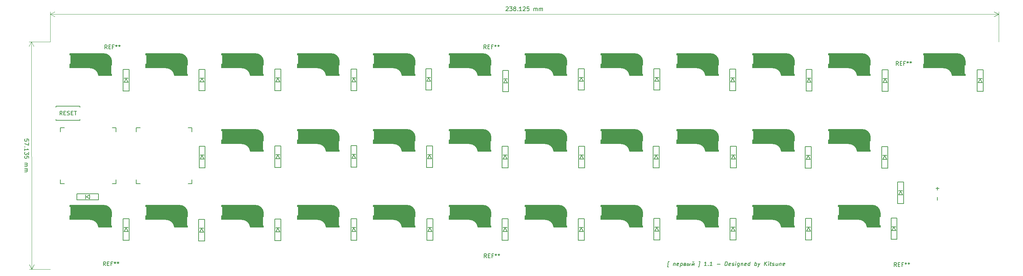
<source format=gto>
G04 #@! TF.GenerationSoftware,KiCad,Pcbnew,(5.1.5)-2*
G04 #@! TF.CreationDate,2020-02-27T15:55:59+09:00*
G04 #@! TF.ProjectId,First_keyboard30,46697273-745f-46b6-9579-626f61726433,rev?*
G04 #@! TF.SameCoordinates,Original*
G04 #@! TF.FileFunction,Legend,Top*
G04 #@! TF.FilePolarity,Positive*
%FSLAX46Y46*%
G04 Gerber Fmt 4.6, Leading zero omitted, Abs format (unit mm)*
G04 Created by KiCad (PCBNEW (5.1.5)-2) date 2020-02-27 15:55:59*
%MOMM*%
%LPD*%
G04 APERTURE LIST*
%ADD10C,0.150000*%
%ADD11C,0.120000*%
%ADD12C,0.400000*%
%ADD13C,0.500000*%
%ADD14C,1.000000*%
%ADD15C,3.500000*%
%ADD16C,3.000000*%
%ADD17C,0.800000*%
%ADD18C,0.300000*%
G04 APERTURE END LIST*
D10*
X27649398Y-103649879D02*
X27649273Y-103173689D01*
X27173070Y-103126195D01*
X27220702Y-103173801D01*
X27268346Y-103269027D01*
X27268409Y-103507122D01*
X27220814Y-103602373D01*
X27173208Y-103650004D01*
X27077982Y-103697648D01*
X26839887Y-103697711D01*
X26744637Y-103650117D01*
X26697005Y-103602510D01*
X26649361Y-103507285D01*
X26649298Y-103269189D01*
X26696892Y-103173939D01*
X26744499Y-103126307D01*
X27649498Y-104030832D02*
X27649673Y-104697498D01*
X26649561Y-104269189D01*
X26745012Y-105078688D02*
X26697405Y-105126320D01*
X26649773Y-105078713D01*
X26697380Y-105031082D01*
X26745012Y-105078688D01*
X26649773Y-105078713D01*
X26650036Y-106078713D02*
X26649886Y-105507285D01*
X26649961Y-105792999D02*
X27649961Y-105792736D01*
X27507079Y-105697536D01*
X27411816Y-105602323D01*
X27364172Y-105507097D01*
X27650123Y-106411784D02*
X27650286Y-107030832D01*
X27269246Y-106697598D01*
X27269284Y-106840455D01*
X27221690Y-106935706D01*
X27174083Y-106983337D01*
X27078857Y-107030982D01*
X26840762Y-107031044D01*
X26745512Y-106983450D01*
X26697880Y-106935843D01*
X26650236Y-106840618D01*
X26650161Y-106554904D01*
X26697755Y-106459653D01*
X26745362Y-106412021D01*
X27650524Y-107935593D02*
X27650399Y-107459403D01*
X27174196Y-107411909D01*
X27221827Y-107459515D01*
X27269471Y-107554741D01*
X27269534Y-107792836D01*
X27221940Y-107888087D01*
X27174333Y-107935718D01*
X27079108Y-107983362D01*
X26841012Y-107983425D01*
X26745762Y-107935831D01*
X26698130Y-107888224D01*
X26650486Y-107792999D01*
X26650424Y-107554904D01*
X26698018Y-107459653D01*
X26745624Y-107412021D01*
X26650849Y-109173951D02*
X27317515Y-109173776D01*
X27222277Y-109173801D02*
X27269909Y-109221408D01*
X27317553Y-109316633D01*
X27317590Y-109459490D01*
X27269996Y-109554741D01*
X27174771Y-109602385D01*
X26650961Y-109602523D01*
X27174771Y-109602385D02*
X27270021Y-109649979D01*
X27317665Y-109745205D01*
X27317703Y-109888062D01*
X27270109Y-109983312D01*
X27174883Y-110030956D01*
X26651074Y-110031094D01*
X26651199Y-110507284D02*
X27317865Y-110507109D01*
X27222627Y-110507134D02*
X27270259Y-110554741D01*
X27317903Y-110649967D01*
X27317940Y-110792824D01*
X27270346Y-110888074D01*
X27175121Y-110935718D01*
X26651311Y-110935856D01*
X27175121Y-110935718D02*
X27270371Y-110983312D01*
X27318015Y-111078538D01*
X27318053Y-111221395D01*
X27270459Y-111316646D01*
X27175233Y-111364290D01*
X26651424Y-111364427D01*
D11*
X28365230Y-78701238D02*
X28380230Y-135836238D01*
X33080000Y-78700000D02*
X27778809Y-78701392D01*
X33095000Y-135835000D02*
X27793809Y-135836392D01*
X28380230Y-135836238D02*
X27793514Y-134709888D01*
X28380230Y-135836238D02*
X28966355Y-134709580D01*
X28365230Y-78701238D02*
X27779105Y-79827896D01*
X28365230Y-78701238D02*
X28951946Y-79827588D01*
D10*
X147523410Y-70017619D02*
X147571029Y-69970000D01*
X147666267Y-69922380D01*
X147904362Y-69922380D01*
X147999600Y-69970000D01*
X148047219Y-70017619D01*
X148094838Y-70112857D01*
X148094838Y-70208095D01*
X148047219Y-70350952D01*
X147475791Y-70922380D01*
X148094838Y-70922380D01*
X148428172Y-69922380D02*
X149047219Y-69922380D01*
X148713886Y-70303333D01*
X148856743Y-70303333D01*
X148951981Y-70350952D01*
X148999600Y-70398571D01*
X149047219Y-70493809D01*
X149047219Y-70731904D01*
X148999600Y-70827142D01*
X148951981Y-70874761D01*
X148856743Y-70922380D01*
X148571029Y-70922380D01*
X148475791Y-70874761D01*
X148428172Y-70827142D01*
X149618648Y-70350952D02*
X149523410Y-70303333D01*
X149475791Y-70255714D01*
X149428172Y-70160476D01*
X149428172Y-70112857D01*
X149475791Y-70017619D01*
X149523410Y-69970000D01*
X149618648Y-69922380D01*
X149809124Y-69922380D01*
X149904362Y-69970000D01*
X149951981Y-70017619D01*
X149999600Y-70112857D01*
X149999600Y-70160476D01*
X149951981Y-70255714D01*
X149904362Y-70303333D01*
X149809124Y-70350952D01*
X149618648Y-70350952D01*
X149523410Y-70398571D01*
X149475791Y-70446190D01*
X149428172Y-70541428D01*
X149428172Y-70731904D01*
X149475791Y-70827142D01*
X149523410Y-70874761D01*
X149618648Y-70922380D01*
X149809124Y-70922380D01*
X149904362Y-70874761D01*
X149951981Y-70827142D01*
X149999600Y-70731904D01*
X149999600Y-70541428D01*
X149951981Y-70446190D01*
X149904362Y-70398571D01*
X149809124Y-70350952D01*
X150428172Y-70827142D02*
X150475791Y-70874761D01*
X150428172Y-70922380D01*
X150380553Y-70874761D01*
X150428172Y-70827142D01*
X150428172Y-70922380D01*
X151428172Y-70922380D02*
X150856743Y-70922380D01*
X151142458Y-70922380D02*
X151142458Y-69922380D01*
X151047219Y-70065238D01*
X150951981Y-70160476D01*
X150856743Y-70208095D01*
X151809124Y-70017619D02*
X151856743Y-69970000D01*
X151951981Y-69922380D01*
X152190077Y-69922380D01*
X152285315Y-69970000D01*
X152332934Y-70017619D01*
X152380553Y-70112857D01*
X152380553Y-70208095D01*
X152332934Y-70350952D01*
X151761505Y-70922380D01*
X152380553Y-70922380D01*
X153285315Y-69922380D02*
X152809124Y-69922380D01*
X152761505Y-70398571D01*
X152809124Y-70350952D01*
X152904362Y-70303333D01*
X153142458Y-70303333D01*
X153237696Y-70350952D01*
X153285315Y-70398571D01*
X153332934Y-70493809D01*
X153332934Y-70731904D01*
X153285315Y-70827142D01*
X153237696Y-70874761D01*
X153142458Y-70922380D01*
X152904362Y-70922380D01*
X152809124Y-70874761D01*
X152761505Y-70827142D01*
X154523410Y-70922380D02*
X154523410Y-70255714D01*
X154523410Y-70350952D02*
X154571029Y-70303333D01*
X154666267Y-70255714D01*
X154809124Y-70255714D01*
X154904362Y-70303333D01*
X154951981Y-70398571D01*
X154951981Y-70922380D01*
X154951981Y-70398571D02*
X154999600Y-70303333D01*
X155094838Y-70255714D01*
X155237696Y-70255714D01*
X155332934Y-70303333D01*
X155380553Y-70398571D01*
X155380553Y-70922380D01*
X155856743Y-70922380D02*
X155856743Y-70255714D01*
X155856743Y-70350952D02*
X155904362Y-70303333D01*
X155999600Y-70255714D01*
X156142458Y-70255714D01*
X156237696Y-70303333D01*
X156285315Y-70398571D01*
X156285315Y-70922380D01*
X156285315Y-70398571D02*
X156332934Y-70303333D01*
X156428172Y-70255714D01*
X156571029Y-70255714D01*
X156666267Y-70303333D01*
X156713886Y-70398571D01*
X156713886Y-70922380D01*
D11*
X33080000Y-71740000D02*
X271204916Y-71740000D01*
X33080000Y-78700000D02*
X33080000Y-71153579D01*
X271204916Y-78700000D02*
X271204916Y-71153579D01*
X271204916Y-71740000D02*
X270078412Y-72326421D01*
X271204916Y-71740000D02*
X270078412Y-71153579D01*
X33080000Y-71740000D02*
X34206504Y-72326421D01*
X33080000Y-71740000D02*
X34206504Y-71153579D01*
D10*
X188337395Y-135295714D02*
X188099300Y-135295714D01*
X188277872Y-133867142D01*
X188515967Y-133867142D01*
X189521919Y-134962380D02*
X189605252Y-134295714D01*
X190033824Y-134295714D01*
X189950491Y-134962380D01*
X190813586Y-134914761D02*
X190712395Y-134962380D01*
X190521919Y-134962380D01*
X190432633Y-134914761D01*
X190396919Y-134819523D01*
X190444538Y-134438571D01*
X190504062Y-134343333D01*
X190605252Y-134295714D01*
X190795729Y-134295714D01*
X190885014Y-134343333D01*
X190920729Y-134438571D01*
X190908824Y-134533809D01*
X190420729Y-134629047D01*
X191367157Y-134295714D02*
X191242157Y-135295714D01*
X191361205Y-134343333D02*
X191462395Y-134295714D01*
X191652872Y-134295714D01*
X191742157Y-134343333D01*
X191783824Y-134390952D01*
X191819538Y-134486190D01*
X191783824Y-134771904D01*
X191724300Y-134867142D01*
X191670729Y-134914761D01*
X191569538Y-134962380D01*
X191379062Y-134962380D01*
X191289776Y-134914761D01*
X192468348Y-134629047D02*
X192605252Y-134676666D01*
X192640967Y-134771904D01*
X192635014Y-134819523D01*
X192575491Y-134914761D01*
X192474300Y-134962380D01*
X192188586Y-134962380D01*
X192271919Y-134295714D01*
X192510014Y-134295714D01*
X192599300Y-134343333D01*
X192635014Y-134438571D01*
X192629062Y-134486190D01*
X192569538Y-134581428D01*
X192468348Y-134629047D01*
X192230252Y-134629047D01*
X193795729Y-134295714D02*
X193712395Y-134962380D01*
X193129062Y-134295714D02*
X193045729Y-134962380D01*
X193283824Y-134962380D01*
X193385014Y-134914761D01*
X193444538Y-134819523D01*
X193462395Y-134676666D01*
X193426681Y-134581428D01*
X193337395Y-134533809D01*
X193099300Y-134533809D01*
X194271919Y-134295714D02*
X194188586Y-134962380D01*
X194748110Y-134295714D01*
X194664776Y-134962380D01*
X194367157Y-133914761D02*
X194402872Y-134010000D01*
X194492157Y-134057619D01*
X194587395Y-134057619D01*
X194688586Y-134010000D01*
X194748110Y-133914761D01*
X195765967Y-135295714D02*
X196004062Y-135295714D01*
X196182633Y-133867142D01*
X195944538Y-133867142D01*
X197855252Y-134962380D02*
X197283824Y-134962380D01*
X197569538Y-134962380D02*
X197694538Y-133962380D01*
X197581443Y-134105238D01*
X197474300Y-134200476D01*
X197373110Y-134248095D01*
X198295729Y-134867142D02*
X198337395Y-134914761D01*
X198283824Y-134962380D01*
X198242157Y-134914761D01*
X198295729Y-134867142D01*
X198283824Y-134962380D01*
X199283824Y-134962380D02*
X198712395Y-134962380D01*
X198998110Y-134962380D02*
X199123110Y-133962380D01*
X199010014Y-134105238D01*
X198902872Y-134200476D01*
X198801681Y-134248095D01*
X200521919Y-134581428D02*
X201283824Y-134581428D01*
X202474300Y-134962380D02*
X202599300Y-133962380D01*
X202837395Y-133962380D01*
X202974300Y-134010000D01*
X203057633Y-134105238D01*
X203093348Y-134200476D01*
X203117157Y-134390952D01*
X203099300Y-134533809D01*
X203027872Y-134724285D01*
X202968348Y-134819523D01*
X202861205Y-134914761D01*
X202712395Y-134962380D01*
X202474300Y-134962380D01*
X203861205Y-134914761D02*
X203760014Y-134962380D01*
X203569538Y-134962380D01*
X203480252Y-134914761D01*
X203444538Y-134819523D01*
X203492157Y-134438571D01*
X203551681Y-134343333D01*
X203652872Y-134295714D01*
X203843348Y-134295714D01*
X203932633Y-134343333D01*
X203968348Y-134438571D01*
X203956443Y-134533809D01*
X203468348Y-134629047D01*
X204289776Y-134914761D02*
X204379062Y-134962380D01*
X204569538Y-134962380D01*
X204670729Y-134914761D01*
X204730252Y-134819523D01*
X204736205Y-134771904D01*
X204700491Y-134676666D01*
X204611205Y-134629047D01*
X204468348Y-134629047D01*
X204379062Y-134581428D01*
X204343348Y-134486190D01*
X204349300Y-134438571D01*
X204408824Y-134343333D01*
X204510014Y-134295714D01*
X204652872Y-134295714D01*
X204742157Y-134343333D01*
X205140967Y-134962380D02*
X205224300Y-134295714D01*
X205265967Y-133962380D02*
X205212395Y-134010000D01*
X205254062Y-134057619D01*
X205307633Y-134010000D01*
X205265967Y-133962380D01*
X205254062Y-134057619D01*
X206129062Y-134295714D02*
X206027872Y-135105238D01*
X205968348Y-135200476D01*
X205914776Y-135248095D01*
X205813586Y-135295714D01*
X205670729Y-135295714D01*
X205581443Y-135248095D01*
X206051681Y-134914761D02*
X205950491Y-134962380D01*
X205760014Y-134962380D01*
X205670729Y-134914761D01*
X205629062Y-134867142D01*
X205593348Y-134771904D01*
X205629062Y-134486190D01*
X205688586Y-134390952D01*
X205742157Y-134343333D01*
X205843348Y-134295714D01*
X206033824Y-134295714D01*
X206123110Y-134343333D01*
X206605252Y-134295714D02*
X206521919Y-134962380D01*
X206593348Y-134390952D02*
X206646919Y-134343333D01*
X206748110Y-134295714D01*
X206890967Y-134295714D01*
X206980252Y-134343333D01*
X207015967Y-134438571D01*
X206950491Y-134962380D01*
X207813586Y-134914761D02*
X207712395Y-134962380D01*
X207521919Y-134962380D01*
X207432633Y-134914761D01*
X207396919Y-134819523D01*
X207444538Y-134438571D01*
X207504062Y-134343333D01*
X207605252Y-134295714D01*
X207795729Y-134295714D01*
X207885014Y-134343333D01*
X207920729Y-134438571D01*
X207908824Y-134533809D01*
X207420729Y-134629047D01*
X208712395Y-134962380D02*
X208837395Y-133962380D01*
X208718348Y-134914761D02*
X208617157Y-134962380D01*
X208426681Y-134962380D01*
X208337395Y-134914761D01*
X208295729Y-134867142D01*
X208260014Y-134771904D01*
X208295729Y-134486190D01*
X208355252Y-134390952D01*
X208408824Y-134343333D01*
X208510014Y-134295714D01*
X208700491Y-134295714D01*
X208789776Y-134343333D01*
X209950491Y-134962380D02*
X210075491Y-133962380D01*
X210027872Y-134343333D02*
X210129062Y-134295714D01*
X210319538Y-134295714D01*
X210408824Y-134343333D01*
X210450491Y-134390952D01*
X210486205Y-134486190D01*
X210450491Y-134771904D01*
X210390967Y-134867142D01*
X210337395Y-134914761D01*
X210236205Y-134962380D01*
X210045729Y-134962380D01*
X209956443Y-134914761D01*
X210843348Y-134295714D02*
X210998110Y-134962380D01*
X211319538Y-134295714D02*
X210998110Y-134962380D01*
X210873110Y-135200476D01*
X210819538Y-135248095D01*
X210718348Y-135295714D01*
X212379062Y-134962380D02*
X212504062Y-133962380D01*
X212950491Y-134962380D02*
X212593348Y-134390952D01*
X213075491Y-133962380D02*
X212432633Y-134533809D01*
X213379062Y-134962380D02*
X213462395Y-134295714D01*
X213504062Y-133962380D02*
X213450491Y-134010000D01*
X213492157Y-134057619D01*
X213545729Y-134010000D01*
X213504062Y-133962380D01*
X213492157Y-134057619D01*
X213795729Y-134295714D02*
X214176681Y-134295714D01*
X213980252Y-133962380D02*
X213873110Y-134819523D01*
X213908824Y-134914761D01*
X213998110Y-134962380D01*
X214093348Y-134962380D01*
X214385014Y-134914761D02*
X214474300Y-134962380D01*
X214664776Y-134962380D01*
X214765967Y-134914761D01*
X214825491Y-134819523D01*
X214831443Y-134771904D01*
X214795729Y-134676666D01*
X214706443Y-134629047D01*
X214563586Y-134629047D01*
X214474300Y-134581428D01*
X214438586Y-134486190D01*
X214444538Y-134438571D01*
X214504062Y-134343333D01*
X214605252Y-134295714D01*
X214748110Y-134295714D01*
X214837395Y-134343333D01*
X215748110Y-134295714D02*
X215664776Y-134962380D01*
X215319538Y-134295714D02*
X215254062Y-134819523D01*
X215289776Y-134914761D01*
X215379062Y-134962380D01*
X215521919Y-134962380D01*
X215623110Y-134914761D01*
X215676681Y-134867142D01*
X216224300Y-134295714D02*
X216140967Y-134962380D01*
X216212395Y-134390952D02*
X216265967Y-134343333D01*
X216367157Y-134295714D01*
X216510014Y-134295714D01*
X216599300Y-134343333D01*
X216635014Y-134438571D01*
X216569538Y-134962380D01*
X217432633Y-134914761D02*
X217331443Y-134962380D01*
X217140967Y-134962380D01*
X217051681Y-134914761D01*
X217015967Y-134819523D01*
X217063586Y-134438571D01*
X217123110Y-134343333D01*
X217224300Y-134295714D01*
X217414776Y-134295714D01*
X217504062Y-134343333D01*
X217539776Y-134438571D01*
X217527872Y-134533809D01*
X217039776Y-134629047D01*
X55660000Y-114310000D02*
X54660000Y-114310000D01*
X54660000Y-113310000D02*
X54660000Y-114310000D01*
X68660000Y-100310000D02*
X67660000Y-100310000D01*
X68660000Y-101310000D02*
X68660000Y-100310000D01*
X68660000Y-114310000D02*
X68660000Y-113310000D01*
X67660000Y-114310000D02*
X68660000Y-114310000D01*
X54660000Y-100310000D02*
X55660000Y-100310000D01*
X54660000Y-101310000D02*
X54660000Y-100310000D01*
X48610000Y-100310000D02*
X49610000Y-100310000D01*
X49610000Y-101310000D02*
X49610000Y-100310000D01*
X35610000Y-114310000D02*
X36610000Y-114310000D01*
X35610000Y-113310000D02*
X35610000Y-114310000D01*
X35610000Y-100310000D02*
X35610000Y-101310000D01*
X36610000Y-100310000D02*
X35610000Y-100310000D01*
X49610000Y-114310000D02*
X48610000Y-114310000D01*
X49610000Y-113310000D02*
X49610000Y-114310000D01*
D12*
X231180000Y-122440000D02*
X231180000Y-123140000D01*
X231180000Y-119940000D02*
X232580000Y-119940000D01*
D13*
X241280000Y-125040000D02*
X238580000Y-125040000D01*
D14*
X238596318Y-124818529D02*
G75*
G03X236380000Y-122940000I-2151318J-291471D01*
G01*
D10*
X230980000Y-120090000D02*
X230980000Y-119740000D01*
X241480001Y-121640000D02*
G75*
G03X239380000Y-119739999I-2000001J-100000D01*
G01*
X238196318Y-125218529D02*
G75*
G03X235980000Y-123340000I-2151318J-291471D01*
G01*
X230980000Y-119740000D02*
X239380000Y-119739999D01*
X235980000Y-123340000D02*
X230980000Y-123340000D01*
X241480000Y-125240000D02*
X238200000Y-125240000D01*
X241480000Y-121640000D02*
X241480000Y-122640000D01*
X241480000Y-125240000D02*
X241480000Y-124880000D01*
X241280000Y-124880000D02*
X241480000Y-124880000D01*
X241250000Y-122640000D02*
X241250000Y-124880000D01*
X241480000Y-122640000D02*
X241280000Y-122640000D01*
X231180000Y-120090000D02*
X230980000Y-120090000D01*
X231200000Y-122340000D02*
X231200000Y-120090000D01*
X230980000Y-122340000D02*
X231180000Y-122340000D01*
X230980000Y-123340000D02*
X230980000Y-122340000D01*
D15*
X232980000Y-121540000D02*
X239680000Y-121540000D01*
D14*
X231680000Y-120340000D02*
X231680000Y-122840000D01*
D13*
X231280000Y-123040000D02*
X232680000Y-123040000D01*
D16*
X239750000Y-121240000D02*
X239750000Y-123480000D01*
D17*
X240880000Y-124740000D02*
X240880000Y-122940000D01*
D18*
X241379999Y-122540000D02*
X241380000Y-121640001D01*
D12*
X209660000Y-122460000D02*
X209660000Y-123160000D01*
X209660000Y-119960000D02*
X211060000Y-119960000D01*
D13*
X219760000Y-125060000D02*
X217060000Y-125060000D01*
D14*
X217076318Y-124838529D02*
G75*
G03X214860000Y-122960000I-2151318J-291471D01*
G01*
D10*
X209460000Y-120110000D02*
X209460000Y-119760000D01*
X219960001Y-121660000D02*
G75*
G03X217860000Y-119759999I-2000001J-100000D01*
G01*
X216676318Y-125238529D02*
G75*
G03X214460000Y-123360000I-2151318J-291471D01*
G01*
X209460000Y-119760000D02*
X217860000Y-119759999D01*
X214460000Y-123360000D02*
X209460000Y-123360000D01*
X219960000Y-125260000D02*
X216680000Y-125260000D01*
X219960000Y-121660000D02*
X219960000Y-122660000D01*
X219960000Y-125260000D02*
X219960000Y-124900000D01*
X219760000Y-124900000D02*
X219960000Y-124900000D01*
X219730000Y-122660000D02*
X219730000Y-124900000D01*
X219960000Y-122660000D02*
X219760000Y-122660000D01*
X209660000Y-120110000D02*
X209460000Y-120110000D01*
X209680000Y-122360000D02*
X209680000Y-120110000D01*
X209460000Y-122360000D02*
X209660000Y-122360000D01*
X209460000Y-123360000D02*
X209460000Y-122360000D01*
D15*
X211460000Y-121560000D02*
X218160000Y-121560000D01*
D14*
X210160000Y-120360000D02*
X210160000Y-122860000D01*
D13*
X209760000Y-123060000D02*
X211160000Y-123060000D01*
D16*
X218230000Y-121260000D02*
X218230000Y-123500000D01*
D17*
X219360000Y-124760000D02*
X219360000Y-122960000D01*
D18*
X219859999Y-122560000D02*
X219860000Y-121660001D01*
D12*
X190610000Y-122460000D02*
X190610000Y-123160000D01*
X190610000Y-119960000D02*
X192010000Y-119960000D01*
D13*
X200710000Y-125060000D02*
X198010000Y-125060000D01*
D14*
X198026318Y-124838529D02*
G75*
G03X195810000Y-122960000I-2151318J-291471D01*
G01*
D10*
X190410000Y-120110000D02*
X190410000Y-119760000D01*
X200910001Y-121660000D02*
G75*
G03X198810000Y-119759999I-2000001J-100000D01*
G01*
X197626318Y-125238529D02*
G75*
G03X195410000Y-123360000I-2151318J-291471D01*
G01*
X190410000Y-119760000D02*
X198810000Y-119759999D01*
X195410000Y-123360000D02*
X190410000Y-123360000D01*
X200910000Y-125260000D02*
X197630000Y-125260000D01*
X200910000Y-121660000D02*
X200910000Y-122660000D01*
X200910000Y-125260000D02*
X200910000Y-124900000D01*
X200710000Y-124900000D02*
X200910000Y-124900000D01*
X200680000Y-122660000D02*
X200680000Y-124900000D01*
X200910000Y-122660000D02*
X200710000Y-122660000D01*
X190610000Y-120110000D02*
X190410000Y-120110000D01*
X190630000Y-122360000D02*
X190630000Y-120110000D01*
X190410000Y-122360000D02*
X190610000Y-122360000D01*
X190410000Y-123360000D02*
X190410000Y-122360000D01*
D15*
X192410000Y-121560000D02*
X199110000Y-121560000D01*
D14*
X191110000Y-120360000D02*
X191110000Y-122860000D01*
D13*
X190710000Y-123060000D02*
X192110000Y-123060000D01*
D16*
X199180000Y-121260000D02*
X199180000Y-123500000D01*
D17*
X200310000Y-124760000D02*
X200310000Y-122960000D01*
D18*
X200809999Y-122560000D02*
X200810000Y-121660001D01*
D12*
X171560000Y-122460000D02*
X171560000Y-123160000D01*
X171560000Y-119960000D02*
X172960000Y-119960000D01*
D13*
X181660000Y-125060000D02*
X178960000Y-125060000D01*
D14*
X178976318Y-124838529D02*
G75*
G03X176760000Y-122960000I-2151318J-291471D01*
G01*
D10*
X171360000Y-120110000D02*
X171360000Y-119760000D01*
X181860001Y-121660000D02*
G75*
G03X179760000Y-119759999I-2000001J-100000D01*
G01*
X178576318Y-125238529D02*
G75*
G03X176360000Y-123360000I-2151318J-291471D01*
G01*
X171360000Y-119760000D02*
X179760000Y-119759999D01*
X176360000Y-123360000D02*
X171360000Y-123360000D01*
X181860000Y-125260000D02*
X178580000Y-125260000D01*
X181860000Y-121660000D02*
X181860000Y-122660000D01*
X181860000Y-125260000D02*
X181860000Y-124900000D01*
X181660000Y-124900000D02*
X181860000Y-124900000D01*
X181630000Y-122660000D02*
X181630000Y-124900000D01*
X181860000Y-122660000D02*
X181660000Y-122660000D01*
X171560000Y-120110000D02*
X171360000Y-120110000D01*
X171580000Y-122360000D02*
X171580000Y-120110000D01*
X171360000Y-122360000D02*
X171560000Y-122360000D01*
X171360000Y-123360000D02*
X171360000Y-122360000D01*
D15*
X173360000Y-121560000D02*
X180060000Y-121560000D01*
D14*
X172060000Y-120360000D02*
X172060000Y-122860000D01*
D13*
X171660000Y-123060000D02*
X173060000Y-123060000D01*
D16*
X180130000Y-121260000D02*
X180130000Y-123500000D01*
D17*
X181260000Y-124760000D02*
X181260000Y-122960000D01*
D18*
X181759999Y-122560000D02*
X181760000Y-121660001D01*
D12*
X152510000Y-122460000D02*
X152510000Y-123160000D01*
X152510000Y-119960000D02*
X153910000Y-119960000D01*
D13*
X162610000Y-125060000D02*
X159910000Y-125060000D01*
D14*
X159926318Y-124838529D02*
G75*
G03X157710000Y-122960000I-2151318J-291471D01*
G01*
D10*
X152310000Y-120110000D02*
X152310000Y-119760000D01*
X162810001Y-121660000D02*
G75*
G03X160710000Y-119759999I-2000001J-100000D01*
G01*
X159526318Y-125238529D02*
G75*
G03X157310000Y-123360000I-2151318J-291471D01*
G01*
X152310000Y-119760000D02*
X160710000Y-119759999D01*
X157310000Y-123360000D02*
X152310000Y-123360000D01*
X162810000Y-125260000D02*
X159530000Y-125260000D01*
X162810000Y-121660000D02*
X162810000Y-122660000D01*
X162810000Y-125260000D02*
X162810000Y-124900000D01*
X162610000Y-124900000D02*
X162810000Y-124900000D01*
X162580000Y-122660000D02*
X162580000Y-124900000D01*
X162810000Y-122660000D02*
X162610000Y-122660000D01*
X152510000Y-120110000D02*
X152310000Y-120110000D01*
X152530000Y-122360000D02*
X152530000Y-120110000D01*
X152310000Y-122360000D02*
X152510000Y-122360000D01*
X152310000Y-123360000D02*
X152310000Y-122360000D01*
D15*
X154310000Y-121560000D02*
X161010000Y-121560000D01*
D14*
X153010000Y-120360000D02*
X153010000Y-122860000D01*
D13*
X152610000Y-123060000D02*
X154010000Y-123060000D01*
D16*
X161080000Y-121260000D02*
X161080000Y-123500000D01*
D17*
X162210000Y-124760000D02*
X162210000Y-122960000D01*
D18*
X162709999Y-122560000D02*
X162710000Y-121660001D01*
D12*
X133460000Y-122460000D02*
X133460000Y-123160000D01*
X133460000Y-119960000D02*
X134860000Y-119960000D01*
D13*
X143560000Y-125060000D02*
X140860000Y-125060000D01*
D14*
X140876318Y-124838529D02*
G75*
G03X138660000Y-122960000I-2151318J-291471D01*
G01*
D10*
X133260000Y-120110000D02*
X133260000Y-119760000D01*
X143760001Y-121660000D02*
G75*
G03X141660000Y-119759999I-2000001J-100000D01*
G01*
X140476318Y-125238529D02*
G75*
G03X138260000Y-123360000I-2151318J-291471D01*
G01*
X133260000Y-119760000D02*
X141660000Y-119759999D01*
X138260000Y-123360000D02*
X133260000Y-123360000D01*
X143760000Y-125260000D02*
X140480000Y-125260000D01*
X143760000Y-121660000D02*
X143760000Y-122660000D01*
X143760000Y-125260000D02*
X143760000Y-124900000D01*
X143560000Y-124900000D02*
X143760000Y-124900000D01*
X143530000Y-122660000D02*
X143530000Y-124900000D01*
X143760000Y-122660000D02*
X143560000Y-122660000D01*
X133460000Y-120110000D02*
X133260000Y-120110000D01*
X133480000Y-122360000D02*
X133480000Y-120110000D01*
X133260000Y-122360000D02*
X133460000Y-122360000D01*
X133260000Y-123360000D02*
X133260000Y-122360000D01*
D15*
X135260000Y-121560000D02*
X141960000Y-121560000D01*
D14*
X133960000Y-120360000D02*
X133960000Y-122860000D01*
D13*
X133560000Y-123060000D02*
X134960000Y-123060000D01*
D16*
X142030000Y-121260000D02*
X142030000Y-123500000D01*
D17*
X143160000Y-124760000D02*
X143160000Y-122960000D01*
D18*
X143659999Y-122560000D02*
X143660000Y-121660001D01*
D12*
X114410000Y-122460000D02*
X114410000Y-123160000D01*
X114410000Y-119960000D02*
X115810000Y-119960000D01*
D13*
X124510000Y-125060000D02*
X121810000Y-125060000D01*
D14*
X121826318Y-124838529D02*
G75*
G03X119610000Y-122960000I-2151318J-291471D01*
G01*
D10*
X114210000Y-120110000D02*
X114210000Y-119760000D01*
X124710001Y-121660000D02*
G75*
G03X122610000Y-119759999I-2000001J-100000D01*
G01*
X121426318Y-125238529D02*
G75*
G03X119210000Y-123360000I-2151318J-291471D01*
G01*
X114210000Y-119760000D02*
X122610000Y-119759999D01*
X119210000Y-123360000D02*
X114210000Y-123360000D01*
X124710000Y-125260000D02*
X121430000Y-125260000D01*
X124710000Y-121660000D02*
X124710000Y-122660000D01*
X124710000Y-125260000D02*
X124710000Y-124900000D01*
X124510000Y-124900000D02*
X124710000Y-124900000D01*
X124480000Y-122660000D02*
X124480000Y-124900000D01*
X124710000Y-122660000D02*
X124510000Y-122660000D01*
X114410000Y-120110000D02*
X114210000Y-120110000D01*
X114430000Y-122360000D02*
X114430000Y-120110000D01*
X114210000Y-122360000D02*
X114410000Y-122360000D01*
X114210000Y-123360000D02*
X114210000Y-122360000D01*
D15*
X116210000Y-121560000D02*
X122910000Y-121560000D01*
D14*
X114910000Y-120360000D02*
X114910000Y-122860000D01*
D13*
X114510000Y-123060000D02*
X115910000Y-123060000D01*
D16*
X122980000Y-121260000D02*
X122980000Y-123500000D01*
D17*
X124110000Y-124760000D02*
X124110000Y-122960000D01*
D18*
X124609999Y-122560000D02*
X124610000Y-121660001D01*
D12*
X95360000Y-122460000D02*
X95360000Y-123160000D01*
X95360000Y-119960000D02*
X96760000Y-119960000D01*
D13*
X105460000Y-125060000D02*
X102760000Y-125060000D01*
D14*
X102776318Y-124838529D02*
G75*
G03X100560000Y-122960000I-2151318J-291471D01*
G01*
D10*
X95160000Y-120110000D02*
X95160000Y-119760000D01*
X105660001Y-121660000D02*
G75*
G03X103560000Y-119759999I-2000001J-100000D01*
G01*
X102376318Y-125238529D02*
G75*
G03X100160000Y-123360000I-2151318J-291471D01*
G01*
X95160000Y-119760000D02*
X103560000Y-119759999D01*
X100160000Y-123360000D02*
X95160000Y-123360000D01*
X105660000Y-125260000D02*
X102380000Y-125260000D01*
X105660000Y-121660000D02*
X105660000Y-122660000D01*
X105660000Y-125260000D02*
X105660000Y-124900000D01*
X105460000Y-124900000D02*
X105660000Y-124900000D01*
X105430000Y-122660000D02*
X105430000Y-124900000D01*
X105660000Y-122660000D02*
X105460000Y-122660000D01*
X95360000Y-120110000D02*
X95160000Y-120110000D01*
X95380000Y-122360000D02*
X95380000Y-120110000D01*
X95160000Y-122360000D02*
X95360000Y-122360000D01*
X95160000Y-123360000D02*
X95160000Y-122360000D01*
D15*
X97160000Y-121560000D02*
X103860000Y-121560000D01*
D14*
X95860000Y-120360000D02*
X95860000Y-122860000D01*
D13*
X95460000Y-123060000D02*
X96860000Y-123060000D01*
D16*
X103930000Y-121260000D02*
X103930000Y-123500000D01*
D17*
X105060000Y-124760000D02*
X105060000Y-122960000D01*
D18*
X105559999Y-122560000D02*
X105560000Y-121660001D01*
D12*
X76310000Y-122460000D02*
X76310000Y-123160000D01*
X76310000Y-119960000D02*
X77710000Y-119960000D01*
D13*
X86410000Y-125060000D02*
X83710000Y-125060000D01*
D14*
X83726318Y-124838529D02*
G75*
G03X81510000Y-122960000I-2151318J-291471D01*
G01*
D10*
X76110000Y-120110000D02*
X76110000Y-119760000D01*
X86610001Y-121660000D02*
G75*
G03X84510000Y-119759999I-2000001J-100000D01*
G01*
X83326318Y-125238529D02*
G75*
G03X81110000Y-123360000I-2151318J-291471D01*
G01*
X76110000Y-119760000D02*
X84510000Y-119759999D01*
X81110000Y-123360000D02*
X76110000Y-123360000D01*
X86610000Y-125260000D02*
X83330000Y-125260000D01*
X86610000Y-121660000D02*
X86610000Y-122660000D01*
X86610000Y-125260000D02*
X86610000Y-124900000D01*
X86410000Y-124900000D02*
X86610000Y-124900000D01*
X86380000Y-122660000D02*
X86380000Y-124900000D01*
X86610000Y-122660000D02*
X86410000Y-122660000D01*
X76310000Y-120110000D02*
X76110000Y-120110000D01*
X76330000Y-122360000D02*
X76330000Y-120110000D01*
X76110000Y-122360000D02*
X76310000Y-122360000D01*
X76110000Y-123360000D02*
X76110000Y-122360000D01*
D15*
X78110000Y-121560000D02*
X84810000Y-121560000D01*
D14*
X76810000Y-120360000D02*
X76810000Y-122860000D01*
D13*
X76410000Y-123060000D02*
X77810000Y-123060000D01*
D16*
X84880000Y-121260000D02*
X84880000Y-123500000D01*
D17*
X86010000Y-124760000D02*
X86010000Y-122960000D01*
D18*
X86509999Y-122560000D02*
X86510000Y-121660001D01*
D12*
X57260000Y-122460000D02*
X57260000Y-123160000D01*
X57260000Y-119960000D02*
X58660000Y-119960000D01*
D13*
X67360000Y-125060000D02*
X64660000Y-125060000D01*
D14*
X64676318Y-124838529D02*
G75*
G03X62460000Y-122960000I-2151318J-291471D01*
G01*
D10*
X57060000Y-120110000D02*
X57060000Y-119760000D01*
X67560001Y-121660000D02*
G75*
G03X65460000Y-119759999I-2000001J-100000D01*
G01*
X64276318Y-125238529D02*
G75*
G03X62060000Y-123360000I-2151318J-291471D01*
G01*
X57060000Y-119760000D02*
X65460000Y-119759999D01*
X62060000Y-123360000D02*
X57060000Y-123360000D01*
X67560000Y-125260000D02*
X64280000Y-125260000D01*
X67560000Y-121660000D02*
X67560000Y-122660000D01*
X67560000Y-125260000D02*
X67560000Y-124900000D01*
X67360000Y-124900000D02*
X67560000Y-124900000D01*
X67330000Y-122660000D02*
X67330000Y-124900000D01*
X67560000Y-122660000D02*
X67360000Y-122660000D01*
X57260000Y-120110000D02*
X57060000Y-120110000D01*
X57280000Y-122360000D02*
X57280000Y-120110000D01*
X57060000Y-122360000D02*
X57260000Y-122360000D01*
X57060000Y-123360000D02*
X57060000Y-122360000D01*
D15*
X59060000Y-121560000D02*
X65760000Y-121560000D01*
D14*
X57760000Y-120360000D02*
X57760000Y-122860000D01*
D13*
X57360000Y-123060000D02*
X58760000Y-123060000D01*
D16*
X65830000Y-121260000D02*
X65830000Y-123500000D01*
D17*
X66960000Y-124760000D02*
X66960000Y-122960000D01*
D18*
X67459999Y-122560000D02*
X67460000Y-121660001D01*
D12*
X38210000Y-122460000D02*
X38210000Y-123160000D01*
X38210000Y-119960000D02*
X39610000Y-119960000D01*
D13*
X48310000Y-125060000D02*
X45610000Y-125060000D01*
D14*
X45626318Y-124838529D02*
G75*
G03X43410000Y-122960000I-2151318J-291471D01*
G01*
D10*
X38010000Y-120110000D02*
X38010000Y-119760000D01*
X48510001Y-121660000D02*
G75*
G03X46410000Y-119759999I-2000001J-100000D01*
G01*
X45226318Y-125238529D02*
G75*
G03X43010000Y-123360000I-2151318J-291471D01*
G01*
X38010000Y-119760000D02*
X46410000Y-119759999D01*
X43010000Y-123360000D02*
X38010000Y-123360000D01*
X48510000Y-125260000D02*
X45230000Y-125260000D01*
X48510000Y-121660000D02*
X48510000Y-122660000D01*
X48510000Y-125260000D02*
X48510000Y-124900000D01*
X48310000Y-124900000D02*
X48510000Y-124900000D01*
X48280000Y-122660000D02*
X48280000Y-124900000D01*
X48510000Y-122660000D02*
X48310000Y-122660000D01*
X38210000Y-120110000D02*
X38010000Y-120110000D01*
X38230000Y-122360000D02*
X38230000Y-120110000D01*
X38010000Y-122360000D02*
X38210000Y-122360000D01*
X38010000Y-123360000D02*
X38010000Y-122360000D01*
D15*
X40010000Y-121560000D02*
X46710000Y-121560000D01*
D14*
X38710000Y-120360000D02*
X38710000Y-122860000D01*
D13*
X38310000Y-123060000D02*
X39710000Y-123060000D01*
D16*
X46780000Y-121260000D02*
X46780000Y-123500000D01*
D17*
X47910000Y-124760000D02*
X47910000Y-122960000D01*
D18*
X48409999Y-122560000D02*
X48410000Y-121660001D01*
D12*
X228710000Y-103410000D02*
X228710000Y-104110000D01*
X228710000Y-100910000D02*
X230110000Y-100910000D01*
D13*
X238810000Y-106010000D02*
X236110000Y-106010000D01*
D14*
X236126318Y-105788529D02*
G75*
G03X233910000Y-103910000I-2151318J-291471D01*
G01*
D10*
X228510000Y-101060000D02*
X228510000Y-100710000D01*
X239010001Y-102610000D02*
G75*
G03X236910000Y-100709999I-2000001J-100000D01*
G01*
X235726318Y-106188529D02*
G75*
G03X233510000Y-104310000I-2151318J-291471D01*
G01*
X228510000Y-100710000D02*
X236910000Y-100709999D01*
X233510000Y-104310000D02*
X228510000Y-104310000D01*
X239010000Y-106210000D02*
X235730000Y-106210000D01*
X239010000Y-102610000D02*
X239010000Y-103610000D01*
X239010000Y-106210000D02*
X239010000Y-105850000D01*
X238810000Y-105850000D02*
X239010000Y-105850000D01*
X238780000Y-103610000D02*
X238780000Y-105850000D01*
X239010000Y-103610000D02*
X238810000Y-103610000D01*
X228710000Y-101060000D02*
X228510000Y-101060000D01*
X228730000Y-103310000D02*
X228730000Y-101060000D01*
X228510000Y-103310000D02*
X228710000Y-103310000D01*
X228510000Y-104310000D02*
X228510000Y-103310000D01*
D15*
X230510000Y-102510000D02*
X237210000Y-102510000D01*
D14*
X229210000Y-101310000D02*
X229210000Y-103810000D01*
D13*
X228810000Y-104010000D02*
X230210000Y-104010000D01*
D16*
X237280000Y-102210000D02*
X237280000Y-104450000D01*
D17*
X238410000Y-105710000D02*
X238410000Y-103910000D01*
D18*
X238909999Y-103510000D02*
X238910000Y-102610001D01*
D12*
X209660000Y-103410000D02*
X209660000Y-104110000D01*
X209660000Y-100910000D02*
X211060000Y-100910000D01*
D13*
X219760000Y-106010000D02*
X217060000Y-106010000D01*
D14*
X217076318Y-105788529D02*
G75*
G03X214860000Y-103910000I-2151318J-291471D01*
G01*
D10*
X209460000Y-101060000D02*
X209460000Y-100710000D01*
X219960001Y-102610000D02*
G75*
G03X217860000Y-100709999I-2000001J-100000D01*
G01*
X216676318Y-106188529D02*
G75*
G03X214460000Y-104310000I-2151318J-291471D01*
G01*
X209460000Y-100710000D02*
X217860000Y-100709999D01*
X214460000Y-104310000D02*
X209460000Y-104310000D01*
X219960000Y-106210000D02*
X216680000Y-106210000D01*
X219960000Y-102610000D02*
X219960000Y-103610000D01*
X219960000Y-106210000D02*
X219960000Y-105850000D01*
X219760000Y-105850000D02*
X219960000Y-105850000D01*
X219730000Y-103610000D02*
X219730000Y-105850000D01*
X219960000Y-103610000D02*
X219760000Y-103610000D01*
X209660000Y-101060000D02*
X209460000Y-101060000D01*
X209680000Y-103310000D02*
X209680000Y-101060000D01*
X209460000Y-103310000D02*
X209660000Y-103310000D01*
X209460000Y-104310000D02*
X209460000Y-103310000D01*
D15*
X211460000Y-102510000D02*
X218160000Y-102510000D01*
D14*
X210160000Y-101310000D02*
X210160000Y-103810000D01*
D13*
X209760000Y-104010000D02*
X211160000Y-104010000D01*
D16*
X218230000Y-102210000D02*
X218230000Y-104450000D01*
D17*
X219360000Y-105710000D02*
X219360000Y-103910000D01*
D18*
X219859999Y-103510000D02*
X219860000Y-102610001D01*
D12*
X190610000Y-103410000D02*
X190610000Y-104110000D01*
X190610000Y-100910000D02*
X192010000Y-100910000D01*
D13*
X200710000Y-106010000D02*
X198010000Y-106010000D01*
D14*
X198026318Y-105788529D02*
G75*
G03X195810000Y-103910000I-2151318J-291471D01*
G01*
D10*
X190410000Y-101060000D02*
X190410000Y-100710000D01*
X200910001Y-102610000D02*
G75*
G03X198810000Y-100709999I-2000001J-100000D01*
G01*
X197626318Y-106188529D02*
G75*
G03X195410000Y-104310000I-2151318J-291471D01*
G01*
X190410000Y-100710000D02*
X198810000Y-100709999D01*
X195410000Y-104310000D02*
X190410000Y-104310000D01*
X200910000Y-106210000D02*
X197630000Y-106210000D01*
X200910000Y-102610000D02*
X200910000Y-103610000D01*
X200910000Y-106210000D02*
X200910000Y-105850000D01*
X200710000Y-105850000D02*
X200910000Y-105850000D01*
X200680000Y-103610000D02*
X200680000Y-105850000D01*
X200910000Y-103610000D02*
X200710000Y-103610000D01*
X190610000Y-101060000D02*
X190410000Y-101060000D01*
X190630000Y-103310000D02*
X190630000Y-101060000D01*
X190410000Y-103310000D02*
X190610000Y-103310000D01*
X190410000Y-104310000D02*
X190410000Y-103310000D01*
D15*
X192410000Y-102510000D02*
X199110000Y-102510000D01*
D14*
X191110000Y-101310000D02*
X191110000Y-103810000D01*
D13*
X190710000Y-104010000D02*
X192110000Y-104010000D01*
D16*
X199180000Y-102210000D02*
X199180000Y-104450000D01*
D17*
X200310000Y-105710000D02*
X200310000Y-103910000D01*
D18*
X200809999Y-103510000D02*
X200810000Y-102610001D01*
D12*
X171560000Y-103410000D02*
X171560000Y-104110000D01*
X171560000Y-100910000D02*
X172960000Y-100910000D01*
D13*
X181660000Y-106010000D02*
X178960000Y-106010000D01*
D14*
X178976318Y-105788529D02*
G75*
G03X176760000Y-103910000I-2151318J-291471D01*
G01*
D10*
X171360000Y-101060000D02*
X171360000Y-100710000D01*
X181860001Y-102610000D02*
G75*
G03X179760000Y-100709999I-2000001J-100000D01*
G01*
X178576318Y-106188529D02*
G75*
G03X176360000Y-104310000I-2151318J-291471D01*
G01*
X171360000Y-100710000D02*
X179760000Y-100709999D01*
X176360000Y-104310000D02*
X171360000Y-104310000D01*
X181860000Y-106210000D02*
X178580000Y-106210000D01*
X181860000Y-102610000D02*
X181860000Y-103610000D01*
X181860000Y-106210000D02*
X181860000Y-105850000D01*
X181660000Y-105850000D02*
X181860000Y-105850000D01*
X181630000Y-103610000D02*
X181630000Y-105850000D01*
X181860000Y-103610000D02*
X181660000Y-103610000D01*
X171560000Y-101060000D02*
X171360000Y-101060000D01*
X171580000Y-103310000D02*
X171580000Y-101060000D01*
X171360000Y-103310000D02*
X171560000Y-103310000D01*
X171360000Y-104310000D02*
X171360000Y-103310000D01*
D15*
X173360000Y-102510000D02*
X180060000Y-102510000D01*
D14*
X172060000Y-101310000D02*
X172060000Y-103810000D01*
D13*
X171660000Y-104010000D02*
X173060000Y-104010000D01*
D16*
X180130000Y-102210000D02*
X180130000Y-104450000D01*
D17*
X181260000Y-105710000D02*
X181260000Y-103910000D01*
D18*
X181759999Y-103510000D02*
X181760000Y-102610001D01*
D12*
X152510000Y-103410000D02*
X152510000Y-104110000D01*
X152510000Y-100910000D02*
X153910000Y-100910000D01*
D13*
X162610000Y-106010000D02*
X159910000Y-106010000D01*
D14*
X159926318Y-105788529D02*
G75*
G03X157710000Y-103910000I-2151318J-291471D01*
G01*
D10*
X152310000Y-101060000D02*
X152310000Y-100710000D01*
X162810001Y-102610000D02*
G75*
G03X160710000Y-100709999I-2000001J-100000D01*
G01*
X159526318Y-106188529D02*
G75*
G03X157310000Y-104310000I-2151318J-291471D01*
G01*
X152310000Y-100710000D02*
X160710000Y-100709999D01*
X157310000Y-104310000D02*
X152310000Y-104310000D01*
X162810000Y-106210000D02*
X159530000Y-106210000D01*
X162810000Y-102610000D02*
X162810000Y-103610000D01*
X162810000Y-106210000D02*
X162810000Y-105850000D01*
X162610000Y-105850000D02*
X162810000Y-105850000D01*
X162580000Y-103610000D02*
X162580000Y-105850000D01*
X162810000Y-103610000D02*
X162610000Y-103610000D01*
X152510000Y-101060000D02*
X152310000Y-101060000D01*
X152530000Y-103310000D02*
X152530000Y-101060000D01*
X152310000Y-103310000D02*
X152510000Y-103310000D01*
X152310000Y-104310000D02*
X152310000Y-103310000D01*
D15*
X154310000Y-102510000D02*
X161010000Y-102510000D01*
D14*
X153010000Y-101310000D02*
X153010000Y-103810000D01*
D13*
X152610000Y-104010000D02*
X154010000Y-104010000D01*
D16*
X161080000Y-102210000D02*
X161080000Y-104450000D01*
D17*
X162210000Y-105710000D02*
X162210000Y-103910000D01*
D18*
X162709999Y-103510000D02*
X162710000Y-102610001D01*
D12*
X133460000Y-103410000D02*
X133460000Y-104110000D01*
X133460000Y-100910000D02*
X134860000Y-100910000D01*
D13*
X143560000Y-106010000D02*
X140860000Y-106010000D01*
D14*
X140876318Y-105788529D02*
G75*
G03X138660000Y-103910000I-2151318J-291471D01*
G01*
D10*
X133260000Y-101060000D02*
X133260000Y-100710000D01*
X143760001Y-102610000D02*
G75*
G03X141660000Y-100709999I-2000001J-100000D01*
G01*
X140476318Y-106188529D02*
G75*
G03X138260000Y-104310000I-2151318J-291471D01*
G01*
X133260000Y-100710000D02*
X141660000Y-100709999D01*
X138260000Y-104310000D02*
X133260000Y-104310000D01*
X143760000Y-106210000D02*
X140480000Y-106210000D01*
X143760000Y-102610000D02*
X143760000Y-103610000D01*
X143760000Y-106210000D02*
X143760000Y-105850000D01*
X143560000Y-105850000D02*
X143760000Y-105850000D01*
X143530000Y-103610000D02*
X143530000Y-105850000D01*
X143760000Y-103610000D02*
X143560000Y-103610000D01*
X133460000Y-101060000D02*
X133260000Y-101060000D01*
X133480000Y-103310000D02*
X133480000Y-101060000D01*
X133260000Y-103310000D02*
X133460000Y-103310000D01*
X133260000Y-104310000D02*
X133260000Y-103310000D01*
D15*
X135260000Y-102510000D02*
X141960000Y-102510000D01*
D14*
X133960000Y-101310000D02*
X133960000Y-103810000D01*
D13*
X133560000Y-104010000D02*
X134960000Y-104010000D01*
D16*
X142030000Y-102210000D02*
X142030000Y-104450000D01*
D17*
X143160000Y-105710000D02*
X143160000Y-103910000D01*
D18*
X143659999Y-103510000D02*
X143660000Y-102610001D01*
D12*
X114410000Y-103410000D02*
X114410000Y-104110000D01*
X114410000Y-100910000D02*
X115810000Y-100910000D01*
D13*
X124510000Y-106010000D02*
X121810000Y-106010000D01*
D14*
X121826318Y-105788529D02*
G75*
G03X119610000Y-103910000I-2151318J-291471D01*
G01*
D10*
X114210000Y-101060000D02*
X114210000Y-100710000D01*
X124710001Y-102610000D02*
G75*
G03X122610000Y-100709999I-2000001J-100000D01*
G01*
X121426318Y-106188529D02*
G75*
G03X119210000Y-104310000I-2151318J-291471D01*
G01*
X114210000Y-100710000D02*
X122610000Y-100709999D01*
X119210000Y-104310000D02*
X114210000Y-104310000D01*
X124710000Y-106210000D02*
X121430000Y-106210000D01*
X124710000Y-102610000D02*
X124710000Y-103610000D01*
X124710000Y-106210000D02*
X124710000Y-105850000D01*
X124510000Y-105850000D02*
X124710000Y-105850000D01*
X124480000Y-103610000D02*
X124480000Y-105850000D01*
X124710000Y-103610000D02*
X124510000Y-103610000D01*
X114410000Y-101060000D02*
X114210000Y-101060000D01*
X114430000Y-103310000D02*
X114430000Y-101060000D01*
X114210000Y-103310000D02*
X114410000Y-103310000D01*
X114210000Y-104310000D02*
X114210000Y-103310000D01*
D15*
X116210000Y-102510000D02*
X122910000Y-102510000D01*
D14*
X114910000Y-101310000D02*
X114910000Y-103810000D01*
D13*
X114510000Y-104010000D02*
X115910000Y-104010000D01*
D16*
X122980000Y-102210000D02*
X122980000Y-104450000D01*
D17*
X124110000Y-105710000D02*
X124110000Y-103910000D01*
D18*
X124609999Y-103510000D02*
X124610000Y-102610001D01*
D12*
X95360000Y-103410000D02*
X95360000Y-104110000D01*
X95360000Y-100910000D02*
X96760000Y-100910000D01*
D13*
X105460000Y-106010000D02*
X102760000Y-106010000D01*
D14*
X102776318Y-105788529D02*
G75*
G03X100560000Y-103910000I-2151318J-291471D01*
G01*
D10*
X95160000Y-101060000D02*
X95160000Y-100710000D01*
X105660001Y-102610000D02*
G75*
G03X103560000Y-100709999I-2000001J-100000D01*
G01*
X102376318Y-106188529D02*
G75*
G03X100160000Y-104310000I-2151318J-291471D01*
G01*
X95160000Y-100710000D02*
X103560000Y-100709999D01*
X100160000Y-104310000D02*
X95160000Y-104310000D01*
X105660000Y-106210000D02*
X102380000Y-106210000D01*
X105660000Y-102610000D02*
X105660000Y-103610000D01*
X105660000Y-106210000D02*
X105660000Y-105850000D01*
X105460000Y-105850000D02*
X105660000Y-105850000D01*
X105430000Y-103610000D02*
X105430000Y-105850000D01*
X105660000Y-103610000D02*
X105460000Y-103610000D01*
X95360000Y-101060000D02*
X95160000Y-101060000D01*
X95380000Y-103310000D02*
X95380000Y-101060000D01*
X95160000Y-103310000D02*
X95360000Y-103310000D01*
X95160000Y-104310000D02*
X95160000Y-103310000D01*
D15*
X97160000Y-102510000D02*
X103860000Y-102510000D01*
D14*
X95860000Y-101310000D02*
X95860000Y-103810000D01*
D13*
X95460000Y-104010000D02*
X96860000Y-104010000D01*
D16*
X103930000Y-102210000D02*
X103930000Y-104450000D01*
D17*
X105060000Y-105710000D02*
X105060000Y-103910000D01*
D18*
X105559999Y-103510000D02*
X105560000Y-102610001D01*
D12*
X76310000Y-103410000D02*
X76310000Y-104110000D01*
X76310000Y-100910000D02*
X77710000Y-100910000D01*
D13*
X86410000Y-106010000D02*
X83710000Y-106010000D01*
D14*
X83726318Y-105788529D02*
G75*
G03X81510000Y-103910000I-2151318J-291471D01*
G01*
D10*
X76110000Y-101060000D02*
X76110000Y-100710000D01*
X86610001Y-102610000D02*
G75*
G03X84510000Y-100709999I-2000001J-100000D01*
G01*
X83326318Y-106188529D02*
G75*
G03X81110000Y-104310000I-2151318J-291471D01*
G01*
X76110000Y-100710000D02*
X84510000Y-100709999D01*
X81110000Y-104310000D02*
X76110000Y-104310000D01*
X86610000Y-106210000D02*
X83330000Y-106210000D01*
X86610000Y-102610000D02*
X86610000Y-103610000D01*
X86610000Y-106210000D02*
X86610000Y-105850000D01*
X86410000Y-105850000D02*
X86610000Y-105850000D01*
X86380000Y-103610000D02*
X86380000Y-105850000D01*
X86610000Y-103610000D02*
X86410000Y-103610000D01*
X76310000Y-101060000D02*
X76110000Y-101060000D01*
X76330000Y-103310000D02*
X76330000Y-101060000D01*
X76110000Y-103310000D02*
X76310000Y-103310000D01*
X76110000Y-104310000D02*
X76110000Y-103310000D01*
D15*
X78110000Y-102510000D02*
X84810000Y-102510000D01*
D14*
X76810000Y-101310000D02*
X76810000Y-103810000D01*
D13*
X76410000Y-104010000D02*
X77810000Y-104010000D01*
D16*
X84880000Y-102210000D02*
X84880000Y-104450000D01*
D17*
X86010000Y-105710000D02*
X86010000Y-103910000D01*
D18*
X86509999Y-103510000D02*
X86510000Y-102610001D01*
D12*
X252550000Y-84360000D02*
X252550000Y-85060000D01*
X252550000Y-81860000D02*
X253950000Y-81860000D01*
D13*
X262650000Y-86960000D02*
X259950000Y-86960000D01*
D14*
X259966318Y-86738529D02*
G75*
G03X257750000Y-84860000I-2151318J-291471D01*
G01*
D10*
X252350000Y-82010000D02*
X252350000Y-81660000D01*
X262850001Y-83560000D02*
G75*
G03X260750000Y-81659999I-2000001J-100000D01*
G01*
X259566318Y-87138529D02*
G75*
G03X257350000Y-85260000I-2151318J-291471D01*
G01*
X252350000Y-81660000D02*
X260750000Y-81659999D01*
X257350000Y-85260000D02*
X252350000Y-85260000D01*
X262850000Y-87160000D02*
X259570000Y-87160000D01*
X262850000Y-83560000D02*
X262850000Y-84560000D01*
X262850000Y-87160000D02*
X262850000Y-86800000D01*
X262650000Y-86800000D02*
X262850000Y-86800000D01*
X262620000Y-84560000D02*
X262620000Y-86800000D01*
X262850000Y-84560000D02*
X262650000Y-84560000D01*
X252550000Y-82010000D02*
X252350000Y-82010000D01*
X252570000Y-84260000D02*
X252570000Y-82010000D01*
X252350000Y-84260000D02*
X252550000Y-84260000D01*
X252350000Y-85260000D02*
X252350000Y-84260000D01*
D15*
X254350000Y-83460000D02*
X261050000Y-83460000D01*
D14*
X253050000Y-82260000D02*
X253050000Y-84760000D01*
D13*
X252650000Y-84960000D02*
X254050000Y-84960000D01*
D16*
X261120000Y-83160000D02*
X261120000Y-85400000D01*
D17*
X262250000Y-86660000D02*
X262250000Y-84860000D01*
D18*
X262749999Y-84460000D02*
X262750000Y-83560001D01*
D12*
X228710000Y-84360000D02*
X228710000Y-85060000D01*
X228710000Y-81860000D02*
X230110000Y-81860000D01*
D13*
X238810000Y-86960000D02*
X236110000Y-86960000D01*
D14*
X236126318Y-86738529D02*
G75*
G03X233910000Y-84860000I-2151318J-291471D01*
G01*
D10*
X228510000Y-82010000D02*
X228510000Y-81660000D01*
X239010001Y-83560000D02*
G75*
G03X236910000Y-81659999I-2000001J-100000D01*
G01*
X235726318Y-87138529D02*
G75*
G03X233510000Y-85260000I-2151318J-291471D01*
G01*
X228510000Y-81660000D02*
X236910000Y-81659999D01*
X233510000Y-85260000D02*
X228510000Y-85260000D01*
X239010000Y-87160000D02*
X235730000Y-87160000D01*
X239010000Y-83560000D02*
X239010000Y-84560000D01*
X239010000Y-87160000D02*
X239010000Y-86800000D01*
X238810000Y-86800000D02*
X239010000Y-86800000D01*
X238780000Y-84560000D02*
X238780000Y-86800000D01*
X239010000Y-84560000D02*
X238810000Y-84560000D01*
X228710000Y-82010000D02*
X228510000Y-82010000D01*
X228730000Y-84260000D02*
X228730000Y-82010000D01*
X228510000Y-84260000D02*
X228710000Y-84260000D01*
X228510000Y-85260000D02*
X228510000Y-84260000D01*
D15*
X230510000Y-83460000D02*
X237210000Y-83460000D01*
D14*
X229210000Y-82260000D02*
X229210000Y-84760000D01*
D13*
X228810000Y-84960000D02*
X230210000Y-84960000D01*
D16*
X237280000Y-83160000D02*
X237280000Y-85400000D01*
D17*
X238410000Y-86660000D02*
X238410000Y-84860000D01*
D18*
X238909999Y-84460000D02*
X238910000Y-83560001D01*
D12*
X209660000Y-84360000D02*
X209660000Y-85060000D01*
X209660000Y-81860000D02*
X211060000Y-81860000D01*
D13*
X219760000Y-86960000D02*
X217060000Y-86960000D01*
D14*
X217076318Y-86738529D02*
G75*
G03X214860000Y-84860000I-2151318J-291471D01*
G01*
D10*
X209460000Y-82010000D02*
X209460000Y-81660000D01*
X219960001Y-83560000D02*
G75*
G03X217860000Y-81659999I-2000001J-100000D01*
G01*
X216676318Y-87138529D02*
G75*
G03X214460000Y-85260000I-2151318J-291471D01*
G01*
X209460000Y-81660000D02*
X217860000Y-81659999D01*
X214460000Y-85260000D02*
X209460000Y-85260000D01*
X219960000Y-87160000D02*
X216680000Y-87160000D01*
X219960000Y-83560000D02*
X219960000Y-84560000D01*
X219960000Y-87160000D02*
X219960000Y-86800000D01*
X219760000Y-86800000D02*
X219960000Y-86800000D01*
X219730000Y-84560000D02*
X219730000Y-86800000D01*
X219960000Y-84560000D02*
X219760000Y-84560000D01*
X209660000Y-82010000D02*
X209460000Y-82010000D01*
X209680000Y-84260000D02*
X209680000Y-82010000D01*
X209460000Y-84260000D02*
X209660000Y-84260000D01*
X209460000Y-85260000D02*
X209460000Y-84260000D01*
D15*
X211460000Y-83460000D02*
X218160000Y-83460000D01*
D14*
X210160000Y-82260000D02*
X210160000Y-84760000D01*
D13*
X209760000Y-84960000D02*
X211160000Y-84960000D01*
D16*
X218230000Y-83160000D02*
X218230000Y-85400000D01*
D17*
X219360000Y-86660000D02*
X219360000Y-84860000D01*
D18*
X219859999Y-84460000D02*
X219860000Y-83560001D01*
D12*
X190610000Y-84360000D02*
X190610000Y-85060000D01*
X190610000Y-81860000D02*
X192010000Y-81860000D01*
D13*
X200710000Y-86960000D02*
X198010000Y-86960000D01*
D14*
X198026318Y-86738529D02*
G75*
G03X195810000Y-84860000I-2151318J-291471D01*
G01*
D10*
X190410000Y-82010000D02*
X190410000Y-81660000D01*
X200910001Y-83560000D02*
G75*
G03X198810000Y-81659999I-2000001J-100000D01*
G01*
X197626318Y-87138529D02*
G75*
G03X195410000Y-85260000I-2151318J-291471D01*
G01*
X190410000Y-81660000D02*
X198810000Y-81659999D01*
X195410000Y-85260000D02*
X190410000Y-85260000D01*
X200910000Y-87160000D02*
X197630000Y-87160000D01*
X200910000Y-83560000D02*
X200910000Y-84560000D01*
X200910000Y-87160000D02*
X200910000Y-86800000D01*
X200710000Y-86800000D02*
X200910000Y-86800000D01*
X200680000Y-84560000D02*
X200680000Y-86800000D01*
X200910000Y-84560000D02*
X200710000Y-84560000D01*
X190610000Y-82010000D02*
X190410000Y-82010000D01*
X190630000Y-84260000D02*
X190630000Y-82010000D01*
X190410000Y-84260000D02*
X190610000Y-84260000D01*
X190410000Y-85260000D02*
X190410000Y-84260000D01*
D15*
X192410000Y-83460000D02*
X199110000Y-83460000D01*
D14*
X191110000Y-82260000D02*
X191110000Y-84760000D01*
D13*
X190710000Y-84960000D02*
X192110000Y-84960000D01*
D16*
X199180000Y-83160000D02*
X199180000Y-85400000D01*
D17*
X200310000Y-86660000D02*
X200310000Y-84860000D01*
D18*
X200809999Y-84460000D02*
X200810000Y-83560001D01*
D12*
X171560000Y-84360000D02*
X171560000Y-85060000D01*
X171560000Y-81860000D02*
X172960000Y-81860000D01*
D13*
X181660000Y-86960000D02*
X178960000Y-86960000D01*
D14*
X178976318Y-86738529D02*
G75*
G03X176760000Y-84860000I-2151318J-291471D01*
G01*
D10*
X171360000Y-82010000D02*
X171360000Y-81660000D01*
X181860001Y-83560000D02*
G75*
G03X179760000Y-81659999I-2000001J-100000D01*
G01*
X178576318Y-87138529D02*
G75*
G03X176360000Y-85260000I-2151318J-291471D01*
G01*
X171360000Y-81660000D02*
X179760000Y-81659999D01*
X176360000Y-85260000D02*
X171360000Y-85260000D01*
X181860000Y-87160000D02*
X178580000Y-87160000D01*
X181860000Y-83560000D02*
X181860000Y-84560000D01*
X181860000Y-87160000D02*
X181860000Y-86800000D01*
X181660000Y-86800000D02*
X181860000Y-86800000D01*
X181630000Y-84560000D02*
X181630000Y-86800000D01*
X181860000Y-84560000D02*
X181660000Y-84560000D01*
X171560000Y-82010000D02*
X171360000Y-82010000D01*
X171580000Y-84260000D02*
X171580000Y-82010000D01*
X171360000Y-84260000D02*
X171560000Y-84260000D01*
X171360000Y-85260000D02*
X171360000Y-84260000D01*
D15*
X173360000Y-83460000D02*
X180060000Y-83460000D01*
D14*
X172060000Y-82260000D02*
X172060000Y-84760000D01*
D13*
X171660000Y-84960000D02*
X173060000Y-84960000D01*
D16*
X180130000Y-83160000D02*
X180130000Y-85400000D01*
D17*
X181260000Y-86660000D02*
X181260000Y-84860000D01*
D18*
X181759999Y-84460000D02*
X181760000Y-83560001D01*
D12*
X152510000Y-84360000D02*
X152510000Y-85060000D01*
X152510000Y-81860000D02*
X153910000Y-81860000D01*
D13*
X162610000Y-86960000D02*
X159910000Y-86960000D01*
D14*
X159926318Y-86738529D02*
G75*
G03X157710000Y-84860000I-2151318J-291471D01*
G01*
D10*
X152310000Y-82010000D02*
X152310000Y-81660000D01*
X162810001Y-83560000D02*
G75*
G03X160710000Y-81659999I-2000001J-100000D01*
G01*
X159526318Y-87138529D02*
G75*
G03X157310000Y-85260000I-2151318J-291471D01*
G01*
X152310000Y-81660000D02*
X160710000Y-81659999D01*
X157310000Y-85260000D02*
X152310000Y-85260000D01*
X162810000Y-87160000D02*
X159530000Y-87160000D01*
X162810000Y-83560000D02*
X162810000Y-84560000D01*
X162810000Y-87160000D02*
X162810000Y-86800000D01*
X162610000Y-86800000D02*
X162810000Y-86800000D01*
X162580000Y-84560000D02*
X162580000Y-86800000D01*
X162810000Y-84560000D02*
X162610000Y-84560000D01*
X152510000Y-82010000D02*
X152310000Y-82010000D01*
X152530000Y-84260000D02*
X152530000Y-82010000D01*
X152310000Y-84260000D02*
X152510000Y-84260000D01*
X152310000Y-85260000D02*
X152310000Y-84260000D01*
D15*
X154310000Y-83460000D02*
X161010000Y-83460000D01*
D14*
X153010000Y-82260000D02*
X153010000Y-84760000D01*
D13*
X152610000Y-84960000D02*
X154010000Y-84960000D01*
D16*
X161080000Y-83160000D02*
X161080000Y-85400000D01*
D17*
X162210000Y-86660000D02*
X162210000Y-84860000D01*
D18*
X162709999Y-84460000D02*
X162710000Y-83560001D01*
D12*
X133460000Y-84360000D02*
X133460000Y-85060000D01*
X133460000Y-81860000D02*
X134860000Y-81860000D01*
D13*
X143560000Y-86960000D02*
X140860000Y-86960000D01*
D14*
X140876318Y-86738529D02*
G75*
G03X138660000Y-84860000I-2151318J-291471D01*
G01*
D10*
X133260000Y-82010000D02*
X133260000Y-81660000D01*
X143760001Y-83560000D02*
G75*
G03X141660000Y-81659999I-2000001J-100000D01*
G01*
X140476318Y-87138529D02*
G75*
G03X138260000Y-85260000I-2151318J-291471D01*
G01*
X133260000Y-81660000D02*
X141660000Y-81659999D01*
X138260000Y-85260000D02*
X133260000Y-85260000D01*
X143760000Y-87160000D02*
X140480000Y-87160000D01*
X143760000Y-83560000D02*
X143760000Y-84560000D01*
X143760000Y-87160000D02*
X143760000Y-86800000D01*
X143560000Y-86800000D02*
X143760000Y-86800000D01*
X143530000Y-84560000D02*
X143530000Y-86800000D01*
X143760000Y-84560000D02*
X143560000Y-84560000D01*
X133460000Y-82010000D02*
X133260000Y-82010000D01*
X133480000Y-84260000D02*
X133480000Y-82010000D01*
X133260000Y-84260000D02*
X133460000Y-84260000D01*
X133260000Y-85260000D02*
X133260000Y-84260000D01*
D15*
X135260000Y-83460000D02*
X141960000Y-83460000D01*
D14*
X133960000Y-82260000D02*
X133960000Y-84760000D01*
D13*
X133560000Y-84960000D02*
X134960000Y-84960000D01*
D16*
X142030000Y-83160000D02*
X142030000Y-85400000D01*
D17*
X143160000Y-86660000D02*
X143160000Y-84860000D01*
D18*
X143659999Y-84460000D02*
X143660000Y-83560001D01*
D12*
X114410000Y-84360000D02*
X114410000Y-85060000D01*
X114410000Y-81860000D02*
X115810000Y-81860000D01*
D13*
X124510000Y-86960000D02*
X121810000Y-86960000D01*
D14*
X121826318Y-86738529D02*
G75*
G03X119610000Y-84860000I-2151318J-291471D01*
G01*
D10*
X114210000Y-82010000D02*
X114210000Y-81660000D01*
X124710001Y-83560000D02*
G75*
G03X122610000Y-81659999I-2000001J-100000D01*
G01*
X121426318Y-87138529D02*
G75*
G03X119210000Y-85260000I-2151318J-291471D01*
G01*
X114210000Y-81660000D02*
X122610000Y-81659999D01*
X119210000Y-85260000D02*
X114210000Y-85260000D01*
X124710000Y-87160000D02*
X121430000Y-87160000D01*
X124710000Y-83560000D02*
X124710000Y-84560000D01*
X124710000Y-87160000D02*
X124710000Y-86800000D01*
X124510000Y-86800000D02*
X124710000Y-86800000D01*
X124480000Y-84560000D02*
X124480000Y-86800000D01*
X124710000Y-84560000D02*
X124510000Y-84560000D01*
X114410000Y-82010000D02*
X114210000Y-82010000D01*
X114430000Y-84260000D02*
X114430000Y-82010000D01*
X114210000Y-84260000D02*
X114410000Y-84260000D01*
X114210000Y-85260000D02*
X114210000Y-84260000D01*
D15*
X116210000Y-83460000D02*
X122910000Y-83460000D01*
D14*
X114910000Y-82260000D02*
X114910000Y-84760000D01*
D13*
X114510000Y-84960000D02*
X115910000Y-84960000D01*
D16*
X122980000Y-83160000D02*
X122980000Y-85400000D01*
D17*
X124110000Y-86660000D02*
X124110000Y-84860000D01*
D18*
X124609999Y-84460000D02*
X124610000Y-83560001D01*
D12*
X95360000Y-84360000D02*
X95360000Y-85060000D01*
X95360000Y-81860000D02*
X96760000Y-81860000D01*
D13*
X105460000Y-86960000D02*
X102760000Y-86960000D01*
D14*
X102776318Y-86738529D02*
G75*
G03X100560000Y-84860000I-2151318J-291471D01*
G01*
D10*
X95160000Y-82010000D02*
X95160000Y-81660000D01*
X105660001Y-83560000D02*
G75*
G03X103560000Y-81659999I-2000001J-100000D01*
G01*
X102376318Y-87138529D02*
G75*
G03X100160000Y-85260000I-2151318J-291471D01*
G01*
X95160000Y-81660000D02*
X103560000Y-81659999D01*
X100160000Y-85260000D02*
X95160000Y-85260000D01*
X105660000Y-87160000D02*
X102380000Y-87160000D01*
X105660000Y-83560000D02*
X105660000Y-84560000D01*
X105660000Y-87160000D02*
X105660000Y-86800000D01*
X105460000Y-86800000D02*
X105660000Y-86800000D01*
X105430000Y-84560000D02*
X105430000Y-86800000D01*
X105660000Y-84560000D02*
X105460000Y-84560000D01*
X95360000Y-82010000D02*
X95160000Y-82010000D01*
X95380000Y-84260000D02*
X95380000Y-82010000D01*
X95160000Y-84260000D02*
X95360000Y-84260000D01*
X95160000Y-85260000D02*
X95160000Y-84260000D01*
D15*
X97160000Y-83460000D02*
X103860000Y-83460000D01*
D14*
X95860000Y-82260000D02*
X95860000Y-84760000D01*
D13*
X95460000Y-84960000D02*
X96860000Y-84960000D01*
D16*
X103930000Y-83160000D02*
X103930000Y-85400000D01*
D17*
X105060000Y-86660000D02*
X105060000Y-84860000D01*
D18*
X105559999Y-84460000D02*
X105560000Y-83560001D01*
D12*
X76310000Y-84360000D02*
X76310000Y-85060000D01*
X76310000Y-81860000D02*
X77710000Y-81860000D01*
D13*
X86410000Y-86960000D02*
X83710000Y-86960000D01*
D14*
X83726318Y-86738529D02*
G75*
G03X81510000Y-84860000I-2151318J-291471D01*
G01*
D10*
X76110000Y-82010000D02*
X76110000Y-81660000D01*
X86610001Y-83560000D02*
G75*
G03X84510000Y-81659999I-2000001J-100000D01*
G01*
X83326318Y-87138529D02*
G75*
G03X81110000Y-85260000I-2151318J-291471D01*
G01*
X76110000Y-81660000D02*
X84510000Y-81659999D01*
X81110000Y-85260000D02*
X76110000Y-85260000D01*
X86610000Y-87160000D02*
X83330000Y-87160000D01*
X86610000Y-83560000D02*
X86610000Y-84560000D01*
X86610000Y-87160000D02*
X86610000Y-86800000D01*
X86410000Y-86800000D02*
X86610000Y-86800000D01*
X86380000Y-84560000D02*
X86380000Y-86800000D01*
X86610000Y-84560000D02*
X86410000Y-84560000D01*
X76310000Y-82010000D02*
X76110000Y-82010000D01*
X76330000Y-84260000D02*
X76330000Y-82010000D01*
X76110000Y-84260000D02*
X76310000Y-84260000D01*
X76110000Y-85260000D02*
X76110000Y-84260000D01*
D15*
X78110000Y-83460000D02*
X84810000Y-83460000D01*
D14*
X76810000Y-82260000D02*
X76810000Y-84760000D01*
D13*
X76410000Y-84960000D02*
X77810000Y-84960000D01*
D16*
X84880000Y-83160000D02*
X84880000Y-85400000D01*
D17*
X86010000Y-86660000D02*
X86010000Y-84860000D01*
D18*
X86509999Y-84460000D02*
X86510000Y-83560001D01*
D12*
X57260000Y-84360000D02*
X57260000Y-85060000D01*
X57260000Y-81860000D02*
X58660000Y-81860000D01*
D13*
X67360000Y-86960000D02*
X64660000Y-86960000D01*
D14*
X64676318Y-86738529D02*
G75*
G03X62460000Y-84860000I-2151318J-291471D01*
G01*
D10*
X57060000Y-82010000D02*
X57060000Y-81660000D01*
X67560001Y-83560000D02*
G75*
G03X65460000Y-81659999I-2000001J-100000D01*
G01*
X64276318Y-87138529D02*
G75*
G03X62060000Y-85260000I-2151318J-291471D01*
G01*
X57060000Y-81660000D02*
X65460000Y-81659999D01*
X62060000Y-85260000D02*
X57060000Y-85260000D01*
X67560000Y-87160000D02*
X64280000Y-87160000D01*
X67560000Y-83560000D02*
X67560000Y-84560000D01*
X67560000Y-87160000D02*
X67560000Y-86800000D01*
X67360000Y-86800000D02*
X67560000Y-86800000D01*
X67330000Y-84560000D02*
X67330000Y-86800000D01*
X67560000Y-84560000D02*
X67360000Y-84560000D01*
X57260000Y-82010000D02*
X57060000Y-82010000D01*
X57280000Y-84260000D02*
X57280000Y-82010000D01*
X57060000Y-84260000D02*
X57260000Y-84260000D01*
X57060000Y-85260000D02*
X57060000Y-84260000D01*
D15*
X59060000Y-83460000D02*
X65760000Y-83460000D01*
D14*
X57760000Y-82260000D02*
X57760000Y-84760000D01*
D13*
X57360000Y-84960000D02*
X58760000Y-84960000D01*
D16*
X65830000Y-83160000D02*
X65830000Y-85400000D01*
D17*
X66960000Y-86660000D02*
X66960000Y-84860000D01*
D18*
X67459999Y-84460000D02*
X67460000Y-83560001D01*
D12*
X38210000Y-84360000D02*
X38210000Y-85060000D01*
X38210000Y-81860000D02*
X39610000Y-81860000D01*
D13*
X48310000Y-86960000D02*
X45610000Y-86960000D01*
D14*
X45626318Y-86738529D02*
G75*
G03X43410000Y-84860000I-2151318J-291471D01*
G01*
D10*
X38010000Y-82010000D02*
X38010000Y-81660000D01*
X48510001Y-83560000D02*
G75*
G03X46410000Y-81659999I-2000001J-100000D01*
G01*
X45226318Y-87138529D02*
G75*
G03X43010000Y-85260000I-2151318J-291471D01*
G01*
X38010000Y-81660000D02*
X46410000Y-81659999D01*
X43010000Y-85260000D02*
X38010000Y-85260000D01*
X48510000Y-87160000D02*
X45230000Y-87160000D01*
X48510000Y-83560000D02*
X48510000Y-84560000D01*
X48510000Y-87160000D02*
X48510000Y-86800000D01*
X48310000Y-86800000D02*
X48510000Y-86800000D01*
X48280000Y-84560000D02*
X48280000Y-86800000D01*
X48510000Y-84560000D02*
X48310000Y-84560000D01*
X38210000Y-82010000D02*
X38010000Y-82010000D01*
X38230000Y-84260000D02*
X38230000Y-82010000D01*
X38010000Y-84260000D02*
X38210000Y-84260000D01*
X38010000Y-85260000D02*
X38010000Y-84260000D01*
D15*
X40010000Y-83460000D02*
X46710000Y-83460000D01*
D14*
X38710000Y-82260000D02*
X38710000Y-84760000D01*
D13*
X38310000Y-84960000D02*
X39710000Y-84960000D01*
D16*
X46780000Y-83160000D02*
X46780000Y-85400000D01*
D17*
X47910000Y-86660000D02*
X47910000Y-84860000D01*
D18*
X48409999Y-84460000D02*
X48410000Y-83560001D01*
D10*
X40510000Y-94910000D02*
X40510000Y-95160000D01*
X34510000Y-94910000D02*
X40510000Y-94910000D01*
X34510000Y-94910000D02*
X34510000Y-95160000D01*
X34510000Y-98410000D02*
X34510000Y-98160000D01*
X40510000Y-98410000D02*
X40510000Y-98160000D01*
X34510000Y-98410000D02*
X40510000Y-98410000D01*
X245860000Y-119360000D02*
X247360000Y-119360000D01*
X245860000Y-113960000D02*
X245860000Y-119360000D01*
X247360000Y-113960000D02*
X245860000Y-113960000D01*
X247360000Y-119360000D02*
X247360000Y-113960000D01*
X247110000Y-116160000D02*
X246110000Y-116160000D01*
X246110000Y-117160000D02*
X246610000Y-116260000D01*
X247110000Y-117160000D02*
X246110000Y-117160000D01*
X246610000Y-116260000D02*
X247110000Y-117160000D01*
X244190000Y-128350000D02*
X245690000Y-128350000D01*
X244190000Y-122950000D02*
X244190000Y-128350000D01*
X245690000Y-122950000D02*
X244190000Y-122950000D01*
X245690000Y-128350000D02*
X245690000Y-122950000D01*
X245440000Y-125150000D02*
X244440000Y-125150000D01*
X244440000Y-126150000D02*
X244940000Y-125250000D01*
X245440000Y-126150000D02*
X244440000Y-126150000D01*
X244940000Y-125250000D02*
X245440000Y-126150000D01*
X222760000Y-128450000D02*
X224260000Y-128450000D01*
X222760000Y-123050000D02*
X222760000Y-128450000D01*
X224260000Y-123050000D02*
X222760000Y-123050000D01*
X224260000Y-128450000D02*
X224260000Y-123050000D01*
X224010000Y-125250000D02*
X223010000Y-125250000D01*
X223010000Y-126250000D02*
X223510000Y-125350000D01*
X224010000Y-126250000D02*
X223010000Y-126250000D01*
X223510000Y-125350000D02*
X224010000Y-126250000D01*
X203760000Y-128450000D02*
X205260000Y-128450000D01*
X203760000Y-123050000D02*
X203760000Y-128450000D01*
X205260000Y-123050000D02*
X203760000Y-123050000D01*
X205260000Y-128450000D02*
X205260000Y-123050000D01*
X205010000Y-125250000D02*
X204010000Y-125250000D01*
X204010000Y-126250000D02*
X204510000Y-125350000D01*
X205010000Y-126250000D02*
X204010000Y-126250000D01*
X204510000Y-125350000D02*
X205010000Y-126250000D01*
X184660000Y-128450000D02*
X186160000Y-128450000D01*
X184660000Y-123050000D02*
X184660000Y-128450000D01*
X186160000Y-123050000D02*
X184660000Y-123050000D01*
X186160000Y-128450000D02*
X186160000Y-123050000D01*
X185910000Y-125250000D02*
X184910000Y-125250000D01*
X184910000Y-126250000D02*
X185410000Y-125350000D01*
X185910000Y-126250000D02*
X184910000Y-126250000D01*
X185410000Y-125350000D02*
X185910000Y-126250000D01*
X165660000Y-128550000D02*
X167160000Y-128550000D01*
X165660000Y-123150000D02*
X165660000Y-128550000D01*
X167160000Y-123150000D02*
X165660000Y-123150000D01*
X167160000Y-128550000D02*
X167160000Y-123150000D01*
X166910000Y-125350000D02*
X165910000Y-125350000D01*
X165910000Y-126350000D02*
X166410000Y-125450000D01*
X166910000Y-126350000D02*
X165910000Y-126350000D01*
X166410000Y-125450000D02*
X166910000Y-126350000D01*
X146560000Y-128550000D02*
X148060000Y-128550000D01*
X146560000Y-123150000D02*
X146560000Y-128550000D01*
X148060000Y-123150000D02*
X146560000Y-123150000D01*
X148060000Y-128550000D02*
X148060000Y-123150000D01*
X147810000Y-125350000D02*
X146810000Y-125350000D01*
X146810000Y-126350000D02*
X147310000Y-125450000D01*
X147810000Y-126350000D02*
X146810000Y-126350000D01*
X147310000Y-125450000D02*
X147810000Y-126350000D01*
X127660000Y-128560000D02*
X129160000Y-128560000D01*
X127660000Y-123160000D02*
X127660000Y-128560000D01*
X129160000Y-123160000D02*
X127660000Y-123160000D01*
X129160000Y-128560000D02*
X129160000Y-123160000D01*
X128910000Y-125360000D02*
X127910000Y-125360000D01*
X127910000Y-126360000D02*
X128410000Y-125460000D01*
X128910000Y-126360000D02*
X127910000Y-126360000D01*
X128410000Y-125460000D02*
X128910000Y-126360000D01*
X108560000Y-128550000D02*
X110060000Y-128550000D01*
X108560000Y-123150000D02*
X108560000Y-128550000D01*
X110060000Y-123150000D02*
X108560000Y-123150000D01*
X110060000Y-128550000D02*
X110060000Y-123150000D01*
X109810000Y-125350000D02*
X108810000Y-125350000D01*
X108810000Y-126350000D02*
X109310000Y-125450000D01*
X109810000Y-126350000D02*
X108810000Y-126350000D01*
X109310000Y-125450000D02*
X109810000Y-126350000D01*
X89460000Y-128660000D02*
X90960000Y-128660000D01*
X89460000Y-123260000D02*
X89460000Y-128660000D01*
X90960000Y-123260000D02*
X89460000Y-123260000D01*
X90960000Y-128660000D02*
X90960000Y-123260000D01*
X90710000Y-125460000D02*
X89710000Y-125460000D01*
X89710000Y-126460000D02*
X90210000Y-125560000D01*
X90710000Y-126460000D02*
X89710000Y-126460000D01*
X90210000Y-125560000D02*
X90710000Y-126460000D01*
X70360000Y-128750000D02*
X71860000Y-128750000D01*
X70360000Y-123350000D02*
X70360000Y-128750000D01*
X71860000Y-123350000D02*
X70360000Y-123350000D01*
X71860000Y-128750000D02*
X71860000Y-123350000D01*
X71610000Y-125550000D02*
X70610000Y-125550000D01*
X70610000Y-126550000D02*
X71110000Y-125650000D01*
X71610000Y-126550000D02*
X70610000Y-126550000D01*
X71110000Y-125650000D02*
X71610000Y-126550000D01*
X51360000Y-128550000D02*
X52860000Y-128550000D01*
X51360000Y-123150000D02*
X51360000Y-128550000D01*
X52860000Y-123150000D02*
X51360000Y-123150000D01*
X52860000Y-128550000D02*
X52860000Y-123150000D01*
X52610000Y-125350000D02*
X51610000Y-125350000D01*
X51610000Y-126350000D02*
X52110000Y-125450000D01*
X52610000Y-126350000D02*
X51610000Y-126350000D01*
X52110000Y-125450000D02*
X52610000Y-126350000D01*
X241860000Y-110460000D02*
X243360000Y-110460000D01*
X241860000Y-105060000D02*
X241860000Y-110460000D01*
X243360000Y-105060000D02*
X241860000Y-105060000D01*
X243360000Y-110460000D02*
X243360000Y-105060000D01*
X243110000Y-107260000D02*
X242110000Y-107260000D01*
X242110000Y-108260000D02*
X242610000Y-107360000D01*
X243110000Y-108260000D02*
X242110000Y-108260000D01*
X242610000Y-107360000D02*
X243110000Y-108260000D01*
X222660000Y-110460000D02*
X224160000Y-110460000D01*
X222660000Y-105060000D02*
X222660000Y-110460000D01*
X224160000Y-105060000D02*
X222660000Y-105060000D01*
X224160000Y-110460000D02*
X224160000Y-105060000D01*
X223910000Y-107260000D02*
X222910000Y-107260000D01*
X222910000Y-108260000D02*
X223410000Y-107360000D01*
X223910000Y-108260000D02*
X222910000Y-108260000D01*
X223410000Y-107360000D02*
X223910000Y-108260000D01*
X203860000Y-110360000D02*
X205360000Y-110360000D01*
X203860000Y-104960000D02*
X203860000Y-110360000D01*
X205360000Y-104960000D02*
X203860000Y-104960000D01*
X205360000Y-110360000D02*
X205360000Y-104960000D01*
X205110000Y-107160000D02*
X204110000Y-107160000D01*
X204110000Y-108160000D02*
X204610000Y-107260000D01*
X205110000Y-108160000D02*
X204110000Y-108160000D01*
X204610000Y-107260000D02*
X205110000Y-108160000D01*
X184460000Y-110350000D02*
X185960000Y-110350000D01*
X184460000Y-104950000D02*
X184460000Y-110350000D01*
X185960000Y-104950000D02*
X184460000Y-104950000D01*
X185960000Y-110350000D02*
X185960000Y-104950000D01*
X185710000Y-107150000D02*
X184710000Y-107150000D01*
X184710000Y-108150000D02*
X185210000Y-107250000D01*
X185710000Y-108150000D02*
X184710000Y-108150000D01*
X185210000Y-107250000D02*
X185710000Y-108150000D01*
X165760000Y-110360000D02*
X167260000Y-110360000D01*
X165760000Y-104960000D02*
X165760000Y-110360000D01*
X167260000Y-104960000D02*
X165760000Y-104960000D01*
X167260000Y-110360000D02*
X167260000Y-104960000D01*
X167010000Y-107160000D02*
X166010000Y-107160000D01*
X166010000Y-108160000D02*
X166510000Y-107260000D01*
X167010000Y-108160000D02*
X166010000Y-108160000D01*
X166510000Y-107260000D02*
X167010000Y-108160000D01*
X146560000Y-110350000D02*
X148060000Y-110350000D01*
X146560000Y-104950000D02*
X146560000Y-110350000D01*
X148060000Y-104950000D02*
X146560000Y-104950000D01*
X148060000Y-110350000D02*
X148060000Y-104950000D01*
X147810000Y-107150000D02*
X146810000Y-107150000D01*
X146810000Y-108150000D02*
X147310000Y-107250000D01*
X147810000Y-108150000D02*
X146810000Y-108150000D01*
X147310000Y-107250000D02*
X147810000Y-108150000D01*
X127560000Y-110250000D02*
X129060000Y-110250000D01*
X127560000Y-104850000D02*
X127560000Y-110250000D01*
X129060000Y-104850000D02*
X127560000Y-104850000D01*
X129060000Y-110250000D02*
X129060000Y-104850000D01*
X128810000Y-107050000D02*
X127810000Y-107050000D01*
X127810000Y-108050000D02*
X128310000Y-107150000D01*
X128810000Y-108050000D02*
X127810000Y-108050000D01*
X128310000Y-107150000D02*
X128810000Y-108050000D01*
X108560000Y-110160000D02*
X110060000Y-110160000D01*
X108560000Y-104760000D02*
X108560000Y-110160000D01*
X110060000Y-104760000D02*
X108560000Y-104760000D01*
X110060000Y-110160000D02*
X110060000Y-104760000D01*
X109810000Y-106960000D02*
X108810000Y-106960000D01*
X108810000Y-107960000D02*
X109310000Y-107060000D01*
X109810000Y-107960000D02*
X108810000Y-107960000D01*
X109310000Y-107060000D02*
X109810000Y-107960000D01*
X89460000Y-110260000D02*
X90960000Y-110260000D01*
X89460000Y-104860000D02*
X89460000Y-110260000D01*
X90960000Y-104860000D02*
X89460000Y-104860000D01*
X90960000Y-110260000D02*
X90960000Y-104860000D01*
X90710000Y-107060000D02*
X89710000Y-107060000D01*
X89710000Y-108060000D02*
X90210000Y-107160000D01*
X90710000Y-108060000D02*
X89710000Y-108060000D01*
X90210000Y-107160000D02*
X90710000Y-108060000D01*
X70460000Y-110360000D02*
X71960000Y-110360000D01*
X70460000Y-104960000D02*
X70460000Y-110360000D01*
X71960000Y-104960000D02*
X70460000Y-104960000D01*
X71960000Y-110360000D02*
X71960000Y-104960000D01*
X71710000Y-107160000D02*
X70710000Y-107160000D01*
X70710000Y-108160000D02*
X71210000Y-107260000D01*
X71710000Y-108160000D02*
X70710000Y-108160000D01*
X71210000Y-107260000D02*
X71710000Y-108160000D01*
X45200000Y-118410000D02*
X45200000Y-116910000D01*
X39800000Y-118410000D02*
X45200000Y-118410000D01*
X39800000Y-116910000D02*
X39800000Y-118410000D01*
X45200000Y-116910000D02*
X39800000Y-116910000D01*
X42000000Y-117160000D02*
X42000000Y-118160000D01*
X43000000Y-118160000D02*
X42100000Y-117660000D01*
X43000000Y-117160000D02*
X43000000Y-118160000D01*
X42100000Y-117660000D02*
X43000000Y-117160000D01*
X265860000Y-91170000D02*
X267360000Y-91170000D01*
X265860000Y-85770000D02*
X265860000Y-91170000D01*
X267360000Y-85770000D02*
X265860000Y-85770000D01*
X267360000Y-91170000D02*
X267360000Y-85770000D01*
X267110000Y-87970000D02*
X266110000Y-87970000D01*
X266110000Y-88970000D02*
X266610000Y-88070000D01*
X267110000Y-88970000D02*
X266110000Y-88970000D01*
X266610000Y-88070000D02*
X267110000Y-88970000D01*
X241960000Y-91160000D02*
X243460000Y-91160000D01*
X241960000Y-85760000D02*
X241960000Y-91160000D01*
X243460000Y-85760000D02*
X241960000Y-85760000D01*
X243460000Y-91160000D02*
X243460000Y-85760000D01*
X243210000Y-87960000D02*
X242210000Y-87960000D01*
X242210000Y-88960000D02*
X242710000Y-88060000D01*
X243210000Y-88960000D02*
X242210000Y-88960000D01*
X242710000Y-88060000D02*
X243210000Y-88960000D01*
X222860000Y-91060000D02*
X224360000Y-91060000D01*
X222860000Y-85660000D02*
X222860000Y-91060000D01*
X224360000Y-85660000D02*
X222860000Y-85660000D01*
X224360000Y-91060000D02*
X224360000Y-85660000D01*
X224110000Y-87860000D02*
X223110000Y-87860000D01*
X223110000Y-88860000D02*
X223610000Y-87960000D01*
X224110000Y-88860000D02*
X223110000Y-88860000D01*
X223610000Y-87960000D02*
X224110000Y-88860000D01*
X203660000Y-90950000D02*
X205160000Y-90950000D01*
X203660000Y-85550000D02*
X203660000Y-90950000D01*
X205160000Y-85550000D02*
X203660000Y-85550000D01*
X205160000Y-90950000D02*
X205160000Y-85550000D01*
X204910000Y-87750000D02*
X203910000Y-87750000D01*
X203910000Y-88750000D02*
X204410000Y-87850000D01*
X204910000Y-88750000D02*
X203910000Y-88750000D01*
X204410000Y-87850000D02*
X204910000Y-88750000D01*
X184660000Y-90850000D02*
X186160000Y-90850000D01*
X184660000Y-85450000D02*
X184660000Y-90850000D01*
X186160000Y-85450000D02*
X184660000Y-85450000D01*
X186160000Y-90850000D02*
X186160000Y-85450000D01*
X185910000Y-87650000D02*
X184910000Y-87650000D01*
X184910000Y-88650000D02*
X185410000Y-87750000D01*
X185910000Y-88650000D02*
X184910000Y-88650000D01*
X185410000Y-87750000D02*
X185910000Y-88650000D01*
X165660000Y-90850000D02*
X167160000Y-90850000D01*
X165660000Y-85450000D02*
X165660000Y-90850000D01*
X167160000Y-85450000D02*
X165660000Y-85450000D01*
X167160000Y-90850000D02*
X167160000Y-85450000D01*
X166910000Y-87650000D02*
X165910000Y-87650000D01*
X165910000Y-88650000D02*
X166410000Y-87750000D01*
X166910000Y-88650000D02*
X165910000Y-88650000D01*
X166410000Y-87750000D02*
X166910000Y-88650000D01*
X146660000Y-91260000D02*
X148160000Y-91260000D01*
X146660000Y-85860000D02*
X146660000Y-91260000D01*
X148160000Y-85860000D02*
X146660000Y-85860000D01*
X148160000Y-91260000D02*
X148160000Y-85860000D01*
X147910000Y-88060000D02*
X146910000Y-88060000D01*
X146910000Y-89060000D02*
X147410000Y-88160000D01*
X147910000Y-89060000D02*
X146910000Y-89060000D01*
X147410000Y-88160000D02*
X147910000Y-89060000D01*
X127360000Y-90850000D02*
X128860000Y-90850000D01*
X127360000Y-85450000D02*
X127360000Y-90850000D01*
X128860000Y-85450000D02*
X127360000Y-85450000D01*
X128860000Y-90850000D02*
X128860000Y-85450000D01*
X128610000Y-87650000D02*
X127610000Y-87650000D01*
X127610000Y-88650000D02*
X128110000Y-87750000D01*
X128610000Y-88650000D02*
X127610000Y-88650000D01*
X128110000Y-87750000D02*
X128610000Y-88650000D01*
X108560000Y-90960000D02*
X110060000Y-90960000D01*
X108560000Y-85560000D02*
X108560000Y-90960000D01*
X110060000Y-85560000D02*
X108560000Y-85560000D01*
X110060000Y-90960000D02*
X110060000Y-85560000D01*
X109810000Y-87760000D02*
X108810000Y-87760000D01*
X108810000Y-88760000D02*
X109310000Y-87860000D01*
X109810000Y-88760000D02*
X108810000Y-88760000D01*
X109310000Y-87860000D02*
X109810000Y-88760000D01*
X89460000Y-90970000D02*
X90960000Y-90970000D01*
X89460000Y-85570000D02*
X89460000Y-90970000D01*
X90960000Y-85570000D02*
X89460000Y-85570000D01*
X90960000Y-90970000D02*
X90960000Y-85570000D01*
X90710000Y-87770000D02*
X89710000Y-87770000D01*
X89710000Y-88770000D02*
X90210000Y-87870000D01*
X90710000Y-88770000D02*
X89710000Y-88770000D01*
X90210000Y-87870000D02*
X90710000Y-88770000D01*
X70410000Y-91010000D02*
X71910000Y-91010000D01*
X70410000Y-85610000D02*
X70410000Y-91010000D01*
X71910000Y-85610000D02*
X70410000Y-85610000D01*
X71910000Y-91010000D02*
X71910000Y-85610000D01*
X71660000Y-87810000D02*
X70660000Y-87810000D01*
X70660000Y-88810000D02*
X71160000Y-87910000D01*
X71660000Y-88810000D02*
X70660000Y-88810000D01*
X71160000Y-87910000D02*
X71660000Y-88810000D01*
X51370000Y-91080000D02*
X52870000Y-91080000D01*
X51370000Y-85680000D02*
X51370000Y-91080000D01*
X52870000Y-85680000D02*
X51370000Y-85680000D01*
X52870000Y-91080000D02*
X52870000Y-85680000D01*
X52620000Y-87880000D02*
X51620000Y-87880000D01*
X51620000Y-88880000D02*
X52120000Y-87980000D01*
X52620000Y-88880000D02*
X51620000Y-88880000D01*
X52120000Y-87980000D02*
X52620000Y-88880000D01*
X142626666Y-132952380D02*
X142293333Y-132476190D01*
X142055238Y-132952380D02*
X142055238Y-131952380D01*
X142436190Y-131952380D01*
X142531428Y-132000000D01*
X142579047Y-132047619D01*
X142626666Y-132142857D01*
X142626666Y-132285714D01*
X142579047Y-132380952D01*
X142531428Y-132428571D01*
X142436190Y-132476190D01*
X142055238Y-132476190D01*
X143055238Y-132428571D02*
X143388571Y-132428571D01*
X143531428Y-132952380D02*
X143055238Y-132952380D01*
X143055238Y-131952380D01*
X143531428Y-131952380D01*
X144293333Y-132428571D02*
X143960000Y-132428571D01*
X143960000Y-132952380D02*
X143960000Y-131952380D01*
X144436190Y-131952380D01*
X144960000Y-131952380D02*
X144960000Y-132190476D01*
X144721904Y-132095238D02*
X144960000Y-132190476D01*
X145198095Y-132095238D01*
X144817142Y-132380952D02*
X144960000Y-132190476D01*
X145102857Y-132380952D01*
X145721904Y-131952380D02*
X145721904Y-132190476D01*
X145483809Y-132095238D02*
X145721904Y-132190476D01*
X145960000Y-132095238D01*
X145579047Y-132380952D02*
X145721904Y-132190476D01*
X145864761Y-132380952D01*
X47356666Y-80502380D02*
X47023333Y-80026190D01*
X46785238Y-80502380D02*
X46785238Y-79502380D01*
X47166190Y-79502380D01*
X47261428Y-79550000D01*
X47309047Y-79597619D01*
X47356666Y-79692857D01*
X47356666Y-79835714D01*
X47309047Y-79930952D01*
X47261428Y-79978571D01*
X47166190Y-80026190D01*
X46785238Y-80026190D01*
X47785238Y-79978571D02*
X48118571Y-79978571D01*
X48261428Y-80502380D02*
X47785238Y-80502380D01*
X47785238Y-79502380D01*
X48261428Y-79502380D01*
X49023333Y-79978571D02*
X48690000Y-79978571D01*
X48690000Y-80502380D02*
X48690000Y-79502380D01*
X49166190Y-79502380D01*
X49690000Y-79502380D02*
X49690000Y-79740476D01*
X49451904Y-79645238D02*
X49690000Y-79740476D01*
X49928095Y-79645238D01*
X49547142Y-79930952D02*
X49690000Y-79740476D01*
X49832857Y-79930952D01*
X50451904Y-79502380D02*
X50451904Y-79740476D01*
X50213809Y-79645238D02*
X50451904Y-79740476D01*
X50690000Y-79645238D01*
X50309047Y-79930952D02*
X50451904Y-79740476D01*
X50594761Y-79930952D01*
X142526666Y-80452380D02*
X142193333Y-79976190D01*
X141955238Y-80452380D02*
X141955238Y-79452380D01*
X142336190Y-79452380D01*
X142431428Y-79500000D01*
X142479047Y-79547619D01*
X142526666Y-79642857D01*
X142526666Y-79785714D01*
X142479047Y-79880952D01*
X142431428Y-79928571D01*
X142336190Y-79976190D01*
X141955238Y-79976190D01*
X142955238Y-79928571D02*
X143288571Y-79928571D01*
X143431428Y-80452380D02*
X142955238Y-80452380D01*
X142955238Y-79452380D01*
X143431428Y-79452380D01*
X144193333Y-79928571D02*
X143860000Y-79928571D01*
X143860000Y-80452380D02*
X143860000Y-79452380D01*
X144336190Y-79452380D01*
X144860000Y-79452380D02*
X144860000Y-79690476D01*
X144621904Y-79595238D02*
X144860000Y-79690476D01*
X145098095Y-79595238D01*
X144717142Y-79880952D02*
X144860000Y-79690476D01*
X145002857Y-79880952D01*
X145621904Y-79452380D02*
X145621904Y-79690476D01*
X145383809Y-79595238D02*
X145621904Y-79690476D01*
X145860000Y-79595238D01*
X145479047Y-79880952D02*
X145621904Y-79690476D01*
X145764761Y-79880952D01*
X245566666Y-135182380D02*
X245233333Y-134706190D01*
X244995238Y-135182380D02*
X244995238Y-134182380D01*
X245376190Y-134182380D01*
X245471428Y-134230000D01*
X245519047Y-134277619D01*
X245566666Y-134372857D01*
X245566666Y-134515714D01*
X245519047Y-134610952D01*
X245471428Y-134658571D01*
X245376190Y-134706190D01*
X244995238Y-134706190D01*
X245995238Y-134658571D02*
X246328571Y-134658571D01*
X246471428Y-135182380D02*
X245995238Y-135182380D01*
X245995238Y-134182380D01*
X246471428Y-134182380D01*
X247233333Y-134658571D02*
X246900000Y-134658571D01*
X246900000Y-135182380D02*
X246900000Y-134182380D01*
X247376190Y-134182380D01*
X247900000Y-134182380D02*
X247900000Y-134420476D01*
X247661904Y-134325238D02*
X247900000Y-134420476D01*
X248138095Y-134325238D01*
X247757142Y-134610952D02*
X247900000Y-134420476D01*
X248042857Y-134610952D01*
X248661904Y-134182380D02*
X248661904Y-134420476D01*
X248423809Y-134325238D02*
X248661904Y-134420476D01*
X248900000Y-134325238D01*
X248519047Y-134610952D02*
X248661904Y-134420476D01*
X248804761Y-134610952D01*
X246056666Y-84652380D02*
X245723333Y-84176190D01*
X245485238Y-84652380D02*
X245485238Y-83652380D01*
X245866190Y-83652380D01*
X245961428Y-83700000D01*
X246009047Y-83747619D01*
X246056666Y-83842857D01*
X246056666Y-83985714D01*
X246009047Y-84080952D01*
X245961428Y-84128571D01*
X245866190Y-84176190D01*
X245485238Y-84176190D01*
X246485238Y-84128571D02*
X246818571Y-84128571D01*
X246961428Y-84652380D02*
X246485238Y-84652380D01*
X246485238Y-83652380D01*
X246961428Y-83652380D01*
X247723333Y-84128571D02*
X247390000Y-84128571D01*
X247390000Y-84652380D02*
X247390000Y-83652380D01*
X247866190Y-83652380D01*
X248390000Y-83652380D02*
X248390000Y-83890476D01*
X248151904Y-83795238D02*
X248390000Y-83890476D01*
X248628095Y-83795238D01*
X248247142Y-84080952D02*
X248390000Y-83890476D01*
X248532857Y-84080952D01*
X249151904Y-83652380D02*
X249151904Y-83890476D01*
X248913809Y-83795238D02*
X249151904Y-83890476D01*
X249390000Y-83795238D01*
X249009047Y-84080952D02*
X249151904Y-83890476D01*
X249294761Y-84080952D01*
X46986666Y-134952380D02*
X46653333Y-134476190D01*
X46415238Y-134952380D02*
X46415238Y-133952380D01*
X46796190Y-133952380D01*
X46891428Y-134000000D01*
X46939047Y-134047619D01*
X46986666Y-134142857D01*
X46986666Y-134285714D01*
X46939047Y-134380952D01*
X46891428Y-134428571D01*
X46796190Y-134476190D01*
X46415238Y-134476190D01*
X47415238Y-134428571D02*
X47748571Y-134428571D01*
X47891428Y-134952380D02*
X47415238Y-134952380D01*
X47415238Y-133952380D01*
X47891428Y-133952380D01*
X48653333Y-134428571D02*
X48320000Y-134428571D01*
X48320000Y-134952380D02*
X48320000Y-133952380D01*
X48796190Y-133952380D01*
X49320000Y-133952380D02*
X49320000Y-134190476D01*
X49081904Y-134095238D02*
X49320000Y-134190476D01*
X49558095Y-134095238D01*
X49177142Y-134380952D02*
X49320000Y-134190476D01*
X49462857Y-134380952D01*
X50081904Y-133952380D02*
X50081904Y-134190476D01*
X49843809Y-134095238D02*
X50081904Y-134190476D01*
X50320000Y-134095238D01*
X49939047Y-134380952D02*
X50081904Y-134190476D01*
X50224761Y-134380952D01*
X255871428Y-118470952D02*
X255871428Y-117709047D01*
X255871428Y-115930952D02*
X255871428Y-115169047D01*
X256252380Y-115550000D02*
X255490476Y-115550000D01*
X36057619Y-97112380D02*
X35724285Y-96636190D01*
X35486190Y-97112380D02*
X35486190Y-96112380D01*
X35867142Y-96112380D01*
X35962380Y-96160000D01*
X36010000Y-96207619D01*
X36057619Y-96302857D01*
X36057619Y-96445714D01*
X36010000Y-96540952D01*
X35962380Y-96588571D01*
X35867142Y-96636190D01*
X35486190Y-96636190D01*
X36486190Y-96588571D02*
X36819523Y-96588571D01*
X36962380Y-97112380D02*
X36486190Y-97112380D01*
X36486190Y-96112380D01*
X36962380Y-96112380D01*
X37343333Y-97064761D02*
X37486190Y-97112380D01*
X37724285Y-97112380D01*
X37819523Y-97064761D01*
X37867142Y-97017142D01*
X37914761Y-96921904D01*
X37914761Y-96826666D01*
X37867142Y-96731428D01*
X37819523Y-96683809D01*
X37724285Y-96636190D01*
X37533809Y-96588571D01*
X37438571Y-96540952D01*
X37390952Y-96493333D01*
X37343333Y-96398095D01*
X37343333Y-96302857D01*
X37390952Y-96207619D01*
X37438571Y-96160000D01*
X37533809Y-96112380D01*
X37771904Y-96112380D01*
X37914761Y-96160000D01*
X38343333Y-96588571D02*
X38676666Y-96588571D01*
X38819523Y-97112380D02*
X38343333Y-97112380D01*
X38343333Y-96112380D01*
X38819523Y-96112380D01*
X39105238Y-96112380D02*
X39676666Y-96112380D01*
X39390952Y-97112380D02*
X39390952Y-96112380D01*
M02*

</source>
